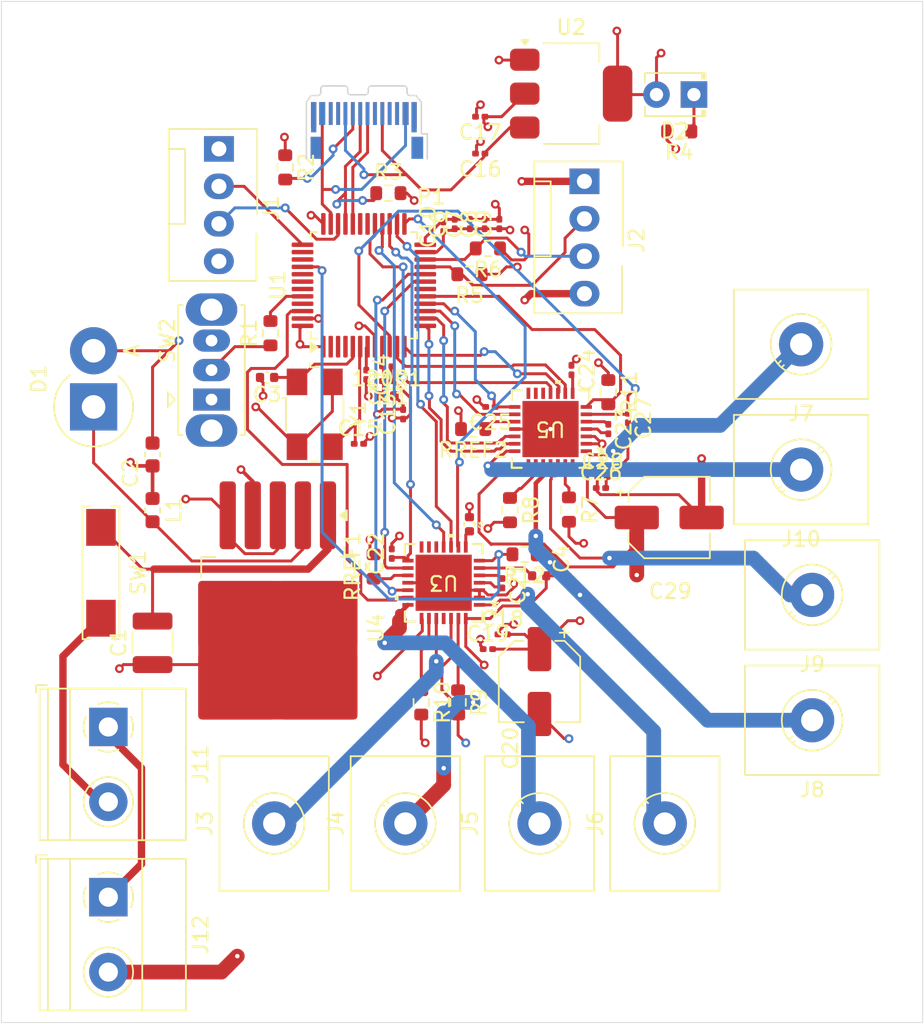
<source format=kicad_pcb>
(kicad_pcb (version 20240108) (generator "pcbnew") (generator_version "8.0")
  (layers (0 "F.Cu" signal) (1 "In1.Cu" signal) (2 "In2.Cu" signal) (31 "B.Cu" signal) (34 "B.Paste" user) (35 "F.Paste" user) (36 "B.SilkS" user "B.Silkscreen") (37 "F.SilkS" user "F.Silkscreen") (38 "B.Mask" user) (39 "F.Mask" user) (44 "Edge.Cuts" user))
  (net 0 "")
  (net 1 "+3.3V")
  (net 2 "+3.3VA")
  (net 3 "+24V")
  (net 4 "Net-(SW1A-B)")
  (net 5 "/HiSpdIN")
  (net 6 "Vcp")
  (net 7 "Net-(U3-5VOUT)")
  (net 8 "Net-(U1-NRST)")
  (net 9 "/HiSpdOUT")
  (net 10 "VBUS")
  (net 11 "Net-(U3-CPO)")
  (net 12 "Net-(U3-CPI)")
  (net 13 "VCC_IO")
  (net 14 "Net-(U5-CPI)")
  (net 15 "Net-(U5-CPO)")
  (net 16 "Net-(U5-5VOUT)")
  (net 17 "VCC_IO2")
  (net 18 "Vcp2")
  (net 19 "Net-(D1-K)")
  (net 20 "/pwr_led")
  (net 21 "/SW_CLK")
  (net 22 "/SW_DIO")
  (net 23 "/I2C_SCL")
  (net 24 "/I2C_SDA")
  (net 25 "Net-(J5-Pin_1)")
  (net 26 "Net-(J6-Pin_1)")
  (net 27 "Net-(J7-Pin_1)")
  (net 28 "Net-(J8-Pin_1)")
  (net 29 "Net-(J9-Pin_1)")
  (net 30 "Net-(J10-Pin_1)")
  (net 31 "Net-(SW2-B)")
  (net 32 "Net-(U1-BOOT0)")
  (net 33 "Net-(P1-CC)")
  (net 34 "/USB_D+")
  (net 35 "Net-(U5-BRB)")
  (net 36 "Net-(U5-BRA)")
  (net 37 "Net-(U3-BRB)")
  (net 38 "Net-(U3-BRA)")
  (net 39 "SPREAD2")
  (net 40 "SPREAD1")
  (net 41 "Net-(U3-VREF)")
  (net 42 "Net-(U5-VREF)")
  (net 43 "MS1A")
  (net 45 "ISR1")
  (net 46 "MS2A")
  (net 50 "MS1B")
  (net 52 "D2")
  (net 56 "DIR2")
  (net 57 "ISR2")
  (net 58 "STNDBY2")
  (net 59 "STEP")
  (net 60 "Vref")
  (net 62 "DIR")
  (net 63 "/USB_D-")
  (net 65 "MS2B")
  (net 79 "GND")
  (net 80 "Net-(J11-Pin_1)")
  (net 81 "Net-(J3-Pin_1)")
  (net 82 "Net-(J4-Pin_1)")
  (net 83 "STEP2")
  (net 84 "STNDBY")
  (footprint "Capacitor_SMD:C_0201_0603Metric" (layer "F.Cu") (at 196.25 90.75 -90)
    (property "Reference" "C27")
    (property "Value" "100nF")
  )
  (footprint "footprints:QFN28_5X5_TRI" (layer "F.Cu") (at 191 91.5 180)
    (property "Reference" "U5")
    (property "Value" "TMC2209-LA")
  )
  (footprint "Capacitor_SMD:C_0201_0603Metric" (layer "F.Cu") (at 181 90.5 90)
    (property "Reference" "C13")
    (property "Value" "1 uF")
  )
  (footprint "Capacitor_SMD:C_0402_1005Metric" (layer "F.Cu") (at 185.5 97.9557 -90)
    (property "Reference" "C5")
    (property "Value" "2.2u, 6.3v")
  )
  (footprint "TerminalBlock_Phoenix:TerminalBlock_Phoenix_MKDS-1,5-2-5.08_1x02_P5.08mm_Horizontal" (layer "F.Cu") (at 161 111.705 -90)
    (property "Reference" "J11")
    (property "Value" "Supply anode")
  )
  (footprint "TerminalBlock_MetzConnect:TerminalBlock_MetzConnect_360271_1x01_Horizontal_ScrewM3.0_Boxed" (layer "F.Cu") (at 208 85.75 180)
    (property "Reference" "J7")
    (property "Value" "Screw_Terminal_01x01")
  )
  (footprint "Button_Switch_SMD:SW_SPST_REED_CT05-XXXX-J1" (layer "F.Cu") (at 160.5 101.25 90)
    (property "Reference" "SW1")
    (property "Value" "SW_DPST_x2")
  )
  (footprint "Capacitor_SMD:C_0201_0603Metric" (layer "F.Cu") (at 194.42 95.5)
    (property "Reference" "C26")
    (property "Value" "100nF")
  )
  (footprint "Capacitor_SMD:C_0201_0603Metric" (layer "F.Cu") (at 187.75 105.4257)
    (property "Reference" "C18")
    (property "Value" "100nF")
  )
  (footprint "Capacitor_SMD:C_1210_3225Metric" (layer "F.Cu") (at 164 106 90)
    (property "Reference" "C1")
    (property "Value" "680 uF")
  )
  (footprint "Package_TO_SOT_SMD:SOT-223-3_TabPin2" (layer "F.Cu") (at 192.4 68.75)
    (property "Reference" "U2")
    (property "Value" "AMS1117-3.3")
  )
  (footprint "Capacitor_SMD:C_0201_0603Metric" (layer "F.Cu") (at 187.73 101.9557 -90)
    (property "Reference" "C21")
    (property "Value" "22nF")
  )
  (footprint "Capacitor_SMD:C_0201_0603Metric" (layer "F.Cu") (at 186.75 106.4257)
    (property "Reference" "C19")
    (property "Value" "100nF")
  )
  (footprint "footprints:QFN28_5X5_TRI" (layer "F.Cu") (at 183.75 101.9257 180)
    (property "Reference" "U3")
    (property "Value" "TMC2209-LA")
  )
  (footprint "Connector:FanPinHeader_1x04_P2.54mm_Vertical" (layer "F.Cu") (at 168.5 72.5 -90)
    (property "Reference" "J1")
    (property "Value" "Conn_01x04_Pin")
  )
  (footprint "Resistor_SMD:R_0603_1608Metric" (layer "F.Cu") (at 192.25 96.9625 -90)
    (property "Reference" "R7")
    (property "Value" "0.05 R")
  )
  (footprint "Resistor_SMD:R_0603_1608Metric" (layer "F.Cu") (at 182.23 110.0375 -90)
    (property "Reference" "R10")
    (property "Value" "0.05 R")
  )
  (footprint "Capacitor_SMD:CP_Elec_5x3.9" (layer "F.Cu") (at 190.25 108.6257 -90)
    (property "Reference" "C20")
    (property "Value" "100uF")
  )
  (footprint "Capacitor_SMD:C_0201_0603Metric" (layer "F.Cu") (at 184.5 77.595 90)
    (property "Reference" "C6")
    (property "Value" "100 nF")
  )
  (footprint "TerminalBlock_MetzConnect:TerminalBlock_MetzConnect_360271_1x01_Horizontal_ScrewM3.0_Boxed" (layer "F.Cu") (at 208 94.25 180)
    (property "Reference" "J10")
    (property "Value" "Screw_Terminal_01x01")
  )
  (footprint "Capacitor_SMD:C_0201_0603Metric" (layer "F.Cu") (at 192.42 87.5 -90)
    (property "Reference" "C24")
    (property "Value" "2.2u, 6.3v")
  )
  (footprint "TerminalBlock_MetzConnect:TerminalBlock_MetzConnect_360271_1x01_Horizontal_ScrewM3.0_Boxed" (layer "F.Cu") (at 172.25 118.25 90)
    (property "Reference" "J3")
    (property "Value" "Screw_Terminal_01x01")
  )
  (footprint "Capacitor_SMD:C_0201_0603Metric" (layer "F.Cu") (at 186.23 70.315 180)
    (property "Reference" "C17")
    (property "Value" "22 uF")
  )
  (footprint "Capacitor_SMD:C_0201_0603Metric" (layer "F.Cu") (at 179.9175 87.25 180)
    (property "Reference" "C12")
    (property "Value" "1 uF")
  )
  (footprint "Capacitor_SMD:C_0201_0603Metric" (layer "F.Cu") (at 186.23 72.815 180)
    (property "Reference" "C16")
    (property "Value" "22 uF")
  )
  (footprint "Resistor_SMD:R_0603_1608Metric" (layer "F.Cu") (at 179 100.825 90)
    (property "Reference" "RREF1")
    (property "Value" "0.05R")
  )
  (footprint "Capacitor_SMD:C_0201_0603Metric" (layer "F.Cu") (at 186.92 90 180)
    (property "Reference" "C25")
    (property "Value" "100nF")
  )
  (footprint "TerminalBlock_MetzConnect:TerminalBlock_MetzConnect_360271_1x01_Horizontal_ScrewM3.0_Boxed" (layer "F.Cu") (at 190.25 118.25 90)
    (property "Reference" "J5")
    (property "Value" "Screw_Terminal_01x01")
  )
  (footprint "Inductor_SMD:L_0603_1608Metric" (layer "F.Cu") (at 164 97 -90)
    (property "Reference" "L1")
    (property "Value" "33 uH")
  )
  (footprint "Package_TO_SOT_SMD:TO-263-5_TabPin3" (layer "F.Cu") (at 172.5 105 -90)
    (property "Reference" "U4")
    (property "Value" "LM2596S-3.3")
  )
  (footprint "Capacitor_SMD:C_0402_1005Metric" (layer "F.Cu") (at 171.77 88 180)
    (property "Reference" "C3")
    (property "Value" "10 pF")
  )
  (footprint "Resistor_SMD:R_0603_1608Metric" (layer "F.Cu") (at 188.25 97 -90)
    (property "Reference" "R8")
    (property "Value" "0.05 R")
  )
  (footprint "TerminalBlock_MetzConnect:TerminalBlock_MetzConnect_360271_1x01_Horizontal_ScrewM3.0_Boxed" (layer "F.Cu") (at 198.75 118.25 90)
    (property "Reference" "J6")
    (property "Value" "Screw_Terminal_01x01")
  )
  (footprint "TerminalBlock_MetzConnect:TerminalBlock_MetzConnect_360271_1x01_Horizontal_ScrewM3.0_Boxed" (layer "F.Cu") (at 208.75 111.25 180)
    (property "Reference" "J8")
    (property "Value" "Screw_Terminal_01x01" (hide yes))
  )
  (footprint "Capacitor_SMD:C_0603_1608Metric" (layer "F.Cu") (at 164 93.225 -90)
    (property "Reference" "C2")
    (property "Value" "220 uF")
  )
  (footprint "Resistor_SMD:R_0603_1608Metric" (layer "F.Cu") (at 185.5 81 180)
    (property "Reference" "R5")
    (property "Value" "1.5k")
  )
  (footprint "Resistor_SMD:R_0603_1608Metric" (layer "F.Cu") (at 194.92 89 -90)
    (property "Reference" "R11")
    (property "Value" "5.1kR")
  )
  (footprint "Capacitor_SMD:C_0201_0603Metric" (layer "F.Cu") (at 183.7275 77.775 90)
    (property "Reference" "C10")
    (property "Value" "10 uF")
  )
  (footprint "TerminalBlock_MetzConnect:TerminalBlock_MetzConnect_360271_1x01_Horizontal_ScrewM3.0_Boxed" (layer "F.Cu") (at 181.15 118.25 90)
    (property "Reference" "J4")
    (property "Value" "Screw_Terminal_01x01")
  )
  (footprint "LED_THT:LED_D2.0mm_W4.0mm_H2.8mm_FlatTop" (layer "F.Cu") (at 200.73 68.815 180)
    (property "Reference" "D2")
    (property "Value" "LED")
  )
  (footprint "Inductor_SMD:L_0402_1005Metric" (layer "F.Cu") (at 179.9175 89.25)
    (property "Reference" "120R1")
    (property "Value" "FerriteBead")
  )
  (footprint "Capacitor_SMD:C_0201_0603Metric" (layer "F.Cu") (at 186.5275 77.595 90)
    (property "Reference" "C8")
    (property "Value" "100 nF")
  )
  (footprint "Resistor_SMD:R_0603_1608Metric" (layer "F.Cu") (at 172 85 90)
    (property "Reference" "R1")
    (property "Value" "10k")
  )
  (footprint "Resistor_SMD:R_0603_1608Metric" (layer "F.Cu") (at 184.73 110.0375 -90)
    (property "Reference" "R9")
    (property "Value" "0.05 R")
  )
  (footprint "Connector:FanPinHeader_1x04_P2.54mm_Vertical" (layer "F.Cu") (at 193.3 74.7 -90)
    (property "Reference" "J2")
    (property "Value" "Conn_01x04_Pin")
  )
  (footprint "Package_QFP:LQFP-48_7x7mm_P0.5mm" (layer "F.Cu") (at 178.3375 81.75 90)
    (property "Reference" "U1")
    (property "Value" "STM32F103C8Tx")
  )
  (footprint "TerminalBlock_MetzConnect:TerminalBlock_MetzConnect_360271_1x01_Horizontal_ScrewM3.0_Boxed" (layer "F.Cu") (at 208.75 102.75 180)
    (property "Reference" "J9")
    (property "Value" "Screw_Terminal_01x01")
  )
  (footprint "Resistor_SMD:R_0603_1608Metric" (layer "F.Cu") (at 199.73 71.315 180)
    (property "Reference" "R4")
    (property "Value" "1.5k")
  )
  (footprint "Resistor_SMD:R_0603_1608Metric" (layer "F.Cu") (at 180 75.5)
    (property "Reference" "R3")
    (property "Value" "1.5k")
  )
  (footprint "TerminalBlock_Phoenix:TerminalBlock_Phoenix_MKDS-1,5-2-5.08_1x02_P5.08mm_Horizontal" (layer "F.Cu") (at 161 123.25 -90)
    (property "Reference" "J12")
    (property "Value" "Supply Cathode")
  )
  (footprint "Capacitor_SMD:CP_Elec_5x3.9" (layer "F.Cu") (at 199.05 97.5)
    (property "Reference" "C29")
    (property "Value" "100uF")
  )
  (footprint "Diode_THT:D_DO-201AD_P3.81mm_Vertical_AnodeUp" (layer "F.Cu") (at 160 90 90)
    (property "Reference" "D1")
    (property "Value" "1N5824")
  )
  (footprint "Capacitor_SMD:C_0402_1005Metric" (layer "F.Cu") (at 190.23 101.4557)
    (property "Reference" "C4")
    (property "Value" "100nF")
  )
  (footprint "Connector_USB:USB_C_Plug_JAE_DX07P024AJ1" (layer "F.Cu") (at 178.3375 71.25 180)
    (property "Reference" "P1")
    (property "Value" "USB_C_Plug_USB2.0")
    (fp_line (start 3.9 1.9225) (end 3.9 -1.9175) (stroke (width 0.1)) (layer "Edge.Cuts"))
    (fp_line (start 3.575 2.3725) (end 3.9 1.9225) (stroke (width 0.1)) (layer "Edge.Cuts"))
    (fp_line (start 3.125 2.3725) (end 3.575 2.3725) (stroke (width 0.1)) (layer "Edge.Cuts"))
    (fp_line (start 2.925 2.8225) (end 2.925 2.5725) (stroke (width 0.1)) (layer "Edge.Cuts"))
    (fp_line (start 1.3 3.0225) (end 2.725 3.0225) (stroke (width 0.1)) (layer "Edge.Cuts"))
    (fp_line (start 1.1 2.8225) (end 1.1 2.6225) (stroke (width 0.1)) (layer "Edge.Cuts"))
    (fp_line (start -0.1 2.4225) (end 0.9 2.4225) (stroke (width 0.1)) (layer "Edge.Cuts"))
    (fp_line (start -0.3 2.6225) (end -0.3 2.8225) (stroke (width 0.1)) (layer "Edge.Cuts"))
    (fp_line (start -0.5 3.0225) (end -2.725 3.0225) (stroke (width 0.1)) (layer "Edge.Cuts"))
    (fp_line (start -2.925 2.8225) (end -2.925 2.5725) (stroke (width 0.1)) (layer "Edge.Cuts"))
    (fp_line (start -3.125 2.3725) (end -3.53 2.3725) (stroke (width 0.1)) (layer "Edge.Cuts"))
    (fp_line (start -3.53 2.3725) (end -3.9 1.9225) (stroke (width 0.1)) (layer "Edge.Cuts"))
    (fp_line (start -3.9 1.9225) (end -3.9 -0.2275) (stroke (width 0.1)) (layer "Edge.Cuts"))
    (fp_line (start -4.3 -0.2275) (end -3.9 -0.2275) (stroke (width 0.1)) (layer "Edge.Cuts"))
    (fp_line (start -4.3 -1.93) (end -4.3 -0.2275) (stroke (width 0.1)) (layer "Edge.Cuts"))
    (fp_arc (start 2.925 2.8225) (mid 2.866421 2.963921) (end 2.725 3.0225) (stroke (width 0.1)) (layer "Edge.Cuts"))
    (fp_arc (start 2.925 2.5725) (mid 2.983579 2.431079) (end 3.125 2.3725) (stroke (width 0.1)) (layer "Edge.Cuts"))
    (fp_arc (start 1.3 3.0225) (mid 1.158579 2.963921) (end 1.1 2.8225) (stroke (width 0.1)) (layer "Edge.Cuts"))
    (fp_arc (start 0.9 2.4225) (mid 1.041421 2.481079) (end 1.1 2.6225) (stroke (width 0.1)) (layer "Edge.Cuts"))
    (fp_arc (start -0.3 2.8225) (mid -0.358579 2.963921) (end -0.5 3.0225) (stroke (width 0.1)) (layer "Edge.Cuts"))
    (fp_arc (start -0.3 2.6225) (mid -0.241421 2.481079) (end -0.1 2.4225) (stroke (width 0.1)) (layer "Edge.Cuts"))
    (fp_arc (start -2.725 3.0225) (mid -2.866421 2.963921) (end -2.925 2.8225) (stroke (width 0.1)) (layer "Edge.Cuts"))
    (fp_arc (start -3.125 2.3725) (mid -2.983579 2.431079) (end -2.925 2.5725) (stroke (width 0.1)) (layer "Edge.Cuts"))
  )
  (footprint "Button_Switch_THT:SW_Slide_SPDT_Straight_CK_OS102011MS2Q" (layer "F.Cu") (at 168 89.5 90)
    (property "Reference" "SW2")
    (property "Value" "SW_SPDT")
  )
  (footprint "Crystal:Crystal_SMD_0603-4Pin_6.0x3.5mm" (layer "F.Cu") (at 175 90.5 -90)
    (property "Reference" "Y1")
    (property "Value" "16 MHz")
  )
  (footprint "Capacitor_SMD:C_0201_0603Metric" (layer "F.Cu") (at 187.5275 77.595 90)
    (property "Reference" "C9")
    (property "Value" "100 nF")
  )
  (footprint "Capacitor_SMD:C_0201_0603Metric" (layer "F.Cu") (at 185.5275 77.595 90)
    (property "Reference" "C7")
    (property "Value" "100 nF")
  )
  (footprint "Capacitor_SMD:C_0201_0603Metric" (layer "F.Cu") (at 179.9175 88.25 180)
    (property "Reference" "C11")
    (property "Value" "10 nF")
  )
  (footprint "Capacitor_SMD:C_0201_0603Metric" (layer "F.Cu") (at 178 92.5)
    (property "Reference" "C15")
    (property "Value" "10 pF")
  )
  (footprint "Resistor_SMD:R_0603_1608Metric" (layer "F.Cu") (at 173 73.75 -90)
    (property "Reference" "R2")
    (property "Value" "5.1kR")
  )
  (footprint "Capacitor_SMD:C_0201_0603Metric" (layer "F.Cu") (at 194.92 91.5 -90)
    (property "Reference" "C23")
    (property "Value" "22nF")
  )
  (footprint "Capacitor_SMD:C_0201_0603Metric" (layer "F.Cu") (at 194.525 94.75)
    (property "Reference" "C28")
    (property "Value" "100nF")
  )
  (footprint "Resistor_SMD:R_0603_1608Metric" (layer "F.Cu") (at 189.24 100 180)
    (property "Reference" "R12")
    (property "Value" "5.1kR")
  )
  (footprint "Resistor_SMD:R_0603_1608Metric" (layer "F.Cu") (at 185.75 91.5 180)
    (property "Reference" "RREF2")
    (property "Value" "0.05R")
  )
  (footprint "Resistor_SMD:R_0603_1608Metric" (layer "F.Cu") (at 186.75 79.25 180)
    (property "Reference" "R6")
    (property "Value" "1.5k")
  )
  (footprint "Capacitor_SMD:C_0201_0603Metric" (layer "F.Cu") (at 180.23 99.9557 90)
    (property "Reference" "C22")
    (property "Value" "100nF")
  )
  (footprint "Capacitor_SMD:C_0201_0603Metric" (layer "F.Cu") (at 178.5 87.82 -90)
    (property "Reference" "C14")
    (property "Value" "100 nF")
  )
  (gr_rect (start 153.75 62.5) (end 216.25 131.75) (stroke (width 0.05)) (fill none) (layer "Edge.Cuts"))
  (segment (start 189.218291 80.027) (end 188.352 80.027) (width 0.2) (layer "F.Cu") (net 1))
  (segment (start 189.527 78.277) (end 189.527 79.718291) (width 0.2) (layer "F.Cu") (net 1))
  (segment (start 181.75 76) (end 181.25 75.5) (width 0.2) (layer "F.Cu") (net 1))
  (segment (start 198.19 68.815) (end 198.19 66.31) (width 0.2) (layer "F.Cu") (net 1))
  (segment (start 182.5 78.52009) (end 183.49509 77.525) (width 0.2) (layer "F.Cu") (net 1))
  (segment (start 188.01 80.5) (end 188.75 80.5) (width 0.2) (layer "F.Cu") (net 1))
  (segment (start 179.6 90.15) (end 179.25 90.5) (width 0.2) (layer "F.Cu") (net 1))
  (segment (start 195.55 68.75) (end 195.55 64.55) (width 0.2) (layer "F.Cu") (net 1))
  (segment (start 180.9 90.15) (end 179.6 90.15) (width 0.2) (layer "F.Cu") (net 1))
  (segment (start 164 94) (end 162.75 94) (width 0.25) (layer "F.Cu") (net 1))
  (segment (start 170.8 95.05) (end 170 94.25) (width 0.25) (layer "F.Cu") (net 1))
  (segment (start 178.75 99.75) (end 179 100) (width 0.2) (layer "F.Cu") (net 1))
  (segment (start 186.325 81) (end 187.51 81) (width 0.2) (layer "F.Cu") (net 1))
  (segment (start 181.25 75.5) (end 180.51 75.5) (width 0.2) (layer "F.Cu") (net 1))
  (segment (start 175.5875 85.9125) (end 174.1625 85.9125) (width 0.2) (layer "F.Cu") (net 1))
  (segment (start 186.48 70.73) (end 186.75 71) (width 0.2) (layer "F.Cu") (net 1))
  (segment (start 181 90.25) (end 181 89.8475) (width 0.2) (layer "F.Cu") (net 1))
  (segment (start 187.575 79.25) (end 187.575 79.325) (width 0.2) (layer "F.Cu") (net 1))
  (segment (start 164 94) (end 164 96.2125) (width 0.25) (layer "F.Cu") (net 1))
  (segment (start 186.01 81) (end 186.13 81.12) (width 0.2) (layer "F.Cu") (net 1))
  (segment (start 174.175 84.5) (end 174 84.675) (width 0.2) (layer "F.Cu") (net 1))
  (segment (start 186.5275 77.275) (end 187.5275 77.275) (width 0.2) (layer "F.Cu") (net 1))
  (segment (start 195.615 68.815) (end 195.55 68.75) (width 0.2) (layer "F.Cu") (net 1))
  (segment (start 189.527 79.718291) (end 189.218291 80.027) (width 0.2) (layer "F.Cu") (net 1))
  (segment (start 187.88 80.63) (end 188.01 80.5) (width 0.2) (layer "F.Cu") (net 1))
  (segment (start 174.1625 85.9125) (end 174 85.75) (width 0.2) (layer "F.Cu") (net 1))
  (segment (start 184.925 90.425) (end 184.75 90.25) (width 0.2) (layer "F.Cu") (net 1))
  (segment (start 175.5875 77.5875) (end 175 77) (width 0.2) (layer "F.Cu") (net 1))
  (segment (start 186.48 70.315) (end 187.685 70.315) (width 0.2) (layer "F.Cu") (net 1))
  (segment (start 182.5 79) (end 182.5 78.52009) (width 0.2) (layer "F.Cu") (net 1))
  (segment (start 183.7275 77.525) (end 183.9775 77.275) (width 0.2) (layer "F.Cu") (net 1))
  (segment (start 175 77) (end 174.75 77) (width 0.2) (layer "F.Cu") (net 1))
  (segment (start 162.75 94) (end 162.5 93.75) (width 0.2) (layer "F.Cu") (net 1))
  (segment (start 178.75 99) (end 178.75 99.75) (width 0.2) (layer "F.Cu") (net 1))
  (segment (start 186.48 70.315) (end 186.48 70.73) (width 0.2) (layer "F.Cu") (net 1))
  (segment (start 187.685 70.315) (end 189.25 68.75) (width 0.2) (layer "F.Cu") (net 1))
  (segment (start 195.55 64.55) (end 195.5 64.5) (width 0.2) (layer "F.Cu") (net 1))
  (segment (start 174 84.675) (end 174 85.75) (width 0.2) (layer "F.Cu") (net 1))
  (segment (start 188.352 80.027) (end 187.575 79.25) (width 0.2) (layer "F.Cu") (net 1))
  (segment (start 185.5275 77.275) (end 186.5275 77.275) (width 0.2) (layer "F.Cu") (net 1))
  (segment (start 181 89.8475) (end 180.4025 89.25) (width 0.2) (layer "F.Cu") (net 1))
  (segment (start 198.19 66.31) (end 198.5 66) (width 0.2) (layer "F.Cu") (net 1))
  (segment (start 193.3 74.7) (end 189.05 74.7) (width 0.5) (layer "F.Cu") (net 1))
  (segment (start 187.5275 76.5275) (end 187.25 76.25) (width 0.2) (layer "F.Cu") (net 1))
  (segment (start 187.51 81) (end 187.88 80.63) (width 0.2) (layer "F.Cu") (net 1))
  (segment (start 187.5275 77.275) (end 187.5275 76.5275) (width 0.2) (layer "F.Cu") (net 1))
  (segment (start 184.4175 77.275) (end 185.5275 77.275) (width 0.2) (layer "F.Cu") (net 1))
  (segment (start 170.8 97.35) (end 170.8 95.05) (width 0.25) (layer "F.Cu") (net 1))
  (segment (start 198.19 68.815) (end 195.615 68.815) (width 0.2) (layer "F.Cu") (net 1))
  (segment (start 183.49509 77.525) (end 183.7275 77.525) (width 0.2) (layer "F.Cu") (net 1))
  (segment (start 189.25 78) (end 189.527 78.277) (width 0.2) (layer "F.Cu") (net 1))
  (segment (start 183.9775 77.275) (end 184.4175 77.275) (width 0.2) (layer "F.Cu") (net 1))
  (segment (start 184.925 91.5) (end 184.925 90.425) (width 0.2) (layer "F.Cu") (net 1))
  (segment (start 181 90.25) (end 180.9 90.15) (width 0.2) (layer "F.Cu") (net 1))
  (via blind (at 186.75 71) (size 0.6) (drill 0.3) (layers "F.Cu" "In2.Cu") (net 1))
  (via blind (at 189.05 74.7) (size 0.6) (drill 0.3) (layers "F.Cu" "In2.Cu") (net 1))
  (via blind (at 187.25 76.25) (size 0.6) (drill 0.3) (layers "F.Cu" "In2.Cu") (net 1))
  (via blind (at 179.25 90.5) (size 0.6) (drill 0.3) (layers "F.Cu" "In2.Cu") (net 1))
  (via blind (at 188.75 80.5) (size 0.6) (drill 0.3) (layers "F.Cu" "In2.Cu") (net 1))
  (via blind (at 181.75 76) (size 0.6) (drill 0.3) (layers "F.Cu" "In2.Cu") (net 1))
  (via blind (at 174.75 77) (size 0.6) (drill 0.3) (layers "F.Cu" "In2.Cu") (net 1))
  (via blind (at 162.5 93.75) (size 0.6) (drill 0.3) (layers "F.Cu" "In2.Cu") (net 1))
  (via blind (at 198.5 66) (size 0.6) (drill 0.3) (layers "F.Cu" "In2.Cu") (net 1))
  (via blind (at 189.25 78) (size 0.6) (drill 0.3) (layers "F.Cu" "In2.Cu") (net 1))
  (via blind (at 184.75 90.25) (size 0.6) (drill 0.3) (layers "F.Cu" "In2.Cu") (net 1))
  (via blind (at 178.75 99) (size 0.6) (drill 0.3) (layers "F.Cu" "In2.Cu") (net 1))
  (via blind (at 170 94.25) (size 0.6) (drill 0.3) (layers "F.Cu" "In2.Cu") (net 1))
  (via blind (at 174 85.75) (size 0.6) (drill 0.3) (layers "F.Cu" "In2.Cu") (net 1))
  (via blind (at 195.5 64.5) (size 0.6) (drill 0.3) (layers "F.Cu" "In2.Cu") (net 1))
  (segment (start 179.5875 85.9125) (end 179.5875 87.17) (width 0.2) (layer "F.Cu") (net 2))
  (segment (start 179.6675 87.25) (end 179.6675 88.25) (width 0.2) (layer "F.Cu") (net 2))
  (segment (start 179.6675 88.25) (end 179.6675 89.015) (width 0.2) (layer "F.Cu") (net 2))
  (segment (start 179.6675 89.015) (end 179.4325 89.25) (width 0.2) (layer "F.Cu") (net 2))
  (segment (start 179.5875 87.17) (end 179.6675 87.25) (width 0.2) (layer "F.Cu") (net 2))
  (segment (start 194.775 94.75) (end 194.775 95.395) (width 0.2) (layer "F.Cu") (net 3))
  (segment (start 185.25 104.3514) (end 186.8986 104.3514) (width 0.2) (layer "F.Cu") (net 3))
  (segment (start 189.25 105.4257) (end 190.25 106.4257) (width 0.2) (layer "F.Cu") (net 3))
  (segment (start 157.92 114.25) (end 160.455 116.785) (width 0.5) (layer "F.Cu") (net 3))
  (segment (start 194.10811 93.9257) (end 193.47671 93.9257) (width 0.2) (layer "F.Cu") (net 3))
  (segment (start 160.455 116.785) (end 161 116.785) (width 0.5) (layer "F.Cu") (net 3))
  (segment (start 194.525 94.26759) (end 194.775 94.51759) (width 0.2) (layer "F.Cu") (net 3))
  (segment (start 157.92 106.91) (end 157.92 114.25) (width 0.5) (layer "F.Cu") (net 3))
  (segment (start 188.139556 93.9257) (end 186.15 95.915256) (width 0.2) (layer "F.Cu") (net 3))
  (segment (start 191.7057 101.4557) (end 193 102.75) (width 0.2) (layer "F.Cu") (net 3))
  (segment (start 185.25 106.25) (end 186.5 107.5) (width 0.2) (layer "F.Cu") (net 3))
  (segment (start 186.15 95.915256) (end 186.15 98.498529) (width 0.2) (layer "F.Cu") (net 3))
  (segment (start 190.71 101.4557) (end 191.7057 101.4557) (width 0.2) (layer "F.Cu") (net 3))
  (segment (start 185.25 104.3514) (end 185.25 106.25) (width 0.2) (layer "F.Cu") (net 3))
  (segment (start 187.003471 99.298) (end 190.548 99.298) (width 0.2) (layer "F.Cu") (net 3))
  (segment (start 194.67 95.5) (end 194.75 95.5) (width 0.2) (layer "F.Cu") (net 3))
  (segment (start 196.25 91.07) (end 196.25 93.5) (width 0.2) (layer "F.Cu") (net 3))
  (segment (start 194.75 97.5) (end 196.22 97.5) (width 0.2) (layer "F.Cu") (net 3))
  (segment (start 186.976471 99.325) (end 187.003471 99.298) (width 0.2) (layer "F.Cu") (net 3))
  (segment (start 193.47671 93.9257) (end 192.5 93.9257) (width 0.2) (layer "F.Cu") (net 3))
  (segment (start 182.3 105.2) (end 182.3 104.4014) (width 0.2) (layer "F.Cu") (net 3))
  (segment (start 196.85 99.25) (end 196.85 97.5) (width 0.2) (layer "F.Cu") (net 3))
  (segment (start 195.8243 93.9257) (end 193.47671 93.9257) (width 0.2) (layer "F.Cu") (net 3))
  (segment (start 193.5 94.5) (end 193.5 96.25) (width 0.2) (layer "F.Cu") (net 3))
  (segment (start 194.775 94.51759) (end 194.775 94.75) (width 0.2) (layer "F.Cu") (net 3))
  (segment (start 190.71 101.4557) (end 190.71 102.29) (width 0.2) (layer "F.Cu") (net 3))
  (segment (start 194.45 94.26759) (end 194.525 94.26759) (width 0.2) (layer "F.Cu") (net 3))
  (segment (start 190.548 99.298) (end 192.1 100.85) (width 0.2) (layer "F.Cu") (net 3))
  (segment (start 187 106.4257) (end 190.25 106.4257) (width 0.2) (layer "F.Cu") (net 3))
  (segment (start 192.5 93.9257) (end 193.0743 94.5) (width 0.2) (layer "F.Cu") (net 3))
  (segment (start 179.25 108.25) (end 182.3 105.2) (width 0.2) (layer "F.Cu") (net 3))
  (segment (start 195.25 100.85) (end 196.85 99.25) (width 0.2) (layer "F.Cu") (net 3))
  (segment (start 192.1 100.85) (end 195.25 100.85) (width 0.2) (layer "F.Cu") (net 3))
  (segment (start 190.25 106.4257) (end 192.1757 104.5) (width 0.2) (layer "F.Cu") (net 3))
  (segment (start 194.775 95.395) (end 194.67 95.5) (width 0.2) (layer "F.Cu") (net 3))
  (segment (start 190.71 102.29) (end 189.5 103.5) (width 0.2) (layer "F.Cu") (net 3))
  (segment (start 189.5 93.9257) (end 188.139556 93.9257) (width 0.2) (layer "F.Cu") (net 3))
  (segment (start 189.5 103.5) (end 187.75 103.5) (width 0.2) (layer "F.Cu") (net 3))
  (segment (start 188 105.4257) (end 189.25 105.4257) (width 0.2) (layer "F.Cu") (net 3))
  (segment (start 160.5 104.33) (end 157.92 106.91) (width 0.5) (layer "F.Cu") (net 3))
  (segment (start 192.1757 104.5) (end 193 104.5) (width 0.2) (layer "F.Cu") (net 3))
  (segment (start 187.75 103.5) (end 186.8986 104.3514) (width 0.2) (layer "F.Cu") (net 3))
  (segment (start 194.45 94.26759) (end 194.10811 93.9257) (width 0.2) (layer "F.Cu") (net 3))
  (segment (start 193.0743 94.5) (end 193.5 94.5) (width 0.2) (layer "F.Cu") (net 3))
  (segment (start 196.85 97.5) (end 196.85 101.4) (width 1) (layer "F.Cu") (net 3))
  (segment (start 182.3 104.4014) (end 182.25 104.3514) (width 0.2) (layer "F.Cu") (net 3))
  (segment (start 186.15 98.498529) (end 186.976471 99.325) (width 0.2) (layer "F.Cu") (net 3))
  (segment (start 196.25 93.5) (end 195.8243 93.9257) (width 0.2) (layer "F.Cu") (net 3))
  (segment (start 193.5 96.25) (end 194.75 97.5) (width 0.2) (layer "F.Cu") (net 3))
  (via blind (at 193 102.75) (size 0.6) (drill 0.3) (layers "F.Cu" "In2.Cu") (net 3))
  (via blind (at 193 104.5) (size 0.6) (drill 0.3) (layers "F.Cu" "In2.Cu") (net 3))
  (via blind (at 196.85 101.4) (size 0.6) (drill 0.3) (layers "F.Cu" "In2.Cu") (net 3))
  (via blind (at 186.5 107.5) (size 0.6) (drill 0.3) (layers "F.Cu" "In2.Cu") (net 3))
  (via blind (at 179.25 108.25) (size 0.6) (drill 0.3) (layers "F.Cu" "In2.Cu") (net 3))
  (segment (start 174.55 101) (end 175.9 99.65) (width 0.5) (layer "F.Cu") (net 4))
  (segment (start 164.5 101) (end 174.55 101) (width 0.5) (layer "F.Cu") (net 4))
  (segment (start 163.33 101) (end 164.5 101) (width 0.2) (layer "F.Cu") (net 4))
  (segment (start 160.5 98.17) (end 163.33 101) (width 0.2) (layer "F.Cu") (net 4))
  (segment (start 175.9 99.65) (end 175.9 97.35) (width 0.2) (layer "F.Cu") (net 4))
  (segment (start 164 104.525) (end 164 101.08) (width 0.2) (layer "F.Cu") (net 4))
  (segment (start 164.08 101) (end 164.5 101) (width 0.5) (layer "F.Cu") (net 4))
  (segment (start 164 101.08) (end 164.08 101) (width 0.2) (layer "F.Cu") (net 4))
  (segment (start 177.5875 85.9125) (end 177.5875 86.68241) (width 0.2) (layer "F.Cu") (net 5))
  (segment (start 177.16991 87.1) (end 175 87.1) (width 0.2) (layer "F.Cu") (net 5))
  (segment (start 177.5875 86.68241) (end 177.16991 87.1) (width 0.2) (layer "F.Cu") (net 5))
  (segment (start 175 87.1) (end 173.8 88.3) (width 0.2) (layer "F.Cu") (net 5))
  (segment (start 172.25 88) (end 173.5 88) (width 0.2) (layer "F.Cu") (net 5))
  (segment (start 173.5 88) (end 173.8 88.3) (width 0.2) (layer "F.Cu") (net 5))
  (segment (start 189.75 101.4557) (end 189.219999 100.925699) (width 0.2) (layer "F.Cu") (net 6))
  (segment (start 189.219999 100.925699) (end 186.1757 100.925699) (width 0.2) (layer "F.Cu") (net 6))
  (segment (start 185.25 98.6857) (end 185.25 99.5) (width 0.2) (layer "F.Cu") (net 7))
  (segment (start 185.5 98.4357) (end 185.25 98.6857) (width 0.2) (layer "F.Cu") (net 7))
  (segment (start 178.5 86) (end 178.5875 85.9125) (width 0.2) (layer "F.Cu") (net 8))
  (segment (start 178.5 87.5) (end 178.5 86) (width 0.2) (layer "F.Cu") (net 8))
  (segment (start 178.0875 85.9125) (end 178.05 85.95) (width 0.2) (layer "F.Cu") (net 9))
  (segment (start 178.05 85.95) (end 178.05 90.85) (width 0.2) (layer "F.Cu") (net 9))
  (segment (start 177.75 91.15) (end 178.05 90.85) (width 0.2) (layer "F.Cu") (net 9))
  (segment (start 178.05 90.85) (end 176.2 92.7) (width 0.2) (layer "F.Cu") (net 9))
  (segment (start 177.75 92.5) (end 177.75 91.15) (width 0.2) (layer "F.Cu") (net 9))
  (segment (start 178.3375 74.25) (end 181.23 74.25) (width 0.2) (layer "F.Cu") (net 10))
  (segment (start 188.245 71.05) (end 186.48 72.815) (width 0.2) (layer "F.Cu") (net 10))
  (segment (start 189.25 71.05) (end 188.245 71.05) (width 0.2) (layer "F.Cu") (net 10))
  (segment (start 182.26 75.28) (end 184.24741 75.28) (width 0.2) (layer "F.Cu") (net 10))
  (segment (start 182.26 75.28) (end 179.5875 72.6075) (width 0.2) (layer "F.Cu") (net 10))
  (segment (start 179.5875 72.6075) (end 179.5875 70.1025) (width 0.2) (layer "F.Cu") (net 10))
  (segment (start 186.48 73.04741) (end 186.48 72.815) (width 0.2) (layer "F.Cu") (net 10))
  (segment (start 184.24741 75.28) (end 186.48 73.04741) (width 0.2) (layer "F.Cu") (net 10))
  (segment (start 181.23 74.25) (end 182.26 75.28) (width 0.2) (layer "F.Cu") (net 10))
  (via (at 178.3375 74.25) (size 0.6) (drill 0.3) (layers "F.Cu" "B.Cu") (net 10))
  (segment (start 178.3375 74.25) (end 178.3375 73.8575) (width 0.2) (layer "B.Cu") (net 10))
  (segment (start 177.0875 72.6075) (end 177.0875 70.1025) (width 0.2) (layer "B.Cu") (net 10))
  (segment (start 178.3375 73.8575) (end 177.0875 72.6075) (width 0.2) (layer "B.Cu") (net 10))
  (segment (start 187.209699 102.2057) (end 186.929699 101.9257) (width 0.2) (layer "F.Cu") (net 11))
  (segment (start 186.929699 101.9257) (end 186.1757 101.9257) (width 0.2) (layer "F.Cu") (net 11))
  (segment (start 187.73 102.2057) (end 187.209699 102.2057) (width 0.2) (layer "F.Cu") (net 11))
  (segment (start 187.73 101.7057) (end 187.450001 101.425701) (width 0.2) (layer "F.Cu") (net 12))
  (segment (start 187.450001 101.425701) (end 186.1757 101.425701) (width 0.2) (layer "F.Cu") (net 12))
  (segment (start 181.5 99.923) (end 181.5 95.25) (width 0.2) (layer "F.Cu") (net 13))
  (segment (start 180.23 100.2057) (end 181.1043 100.2057) (width 0.2) (layer "F.Cu") (net 13))
  (segment (start 181.3243 100.0987) (end 181.5 99.923) (width 0.2) (layer "F.Cu") (net 13))
  (segment (start 180.5 79.5) (end 180.0875 79.0875) (width 0.2) (layer "F.Cu") (net 13))
  (segment (start 181.3243 100.4257) (end 181.3243 100.0987) (width 0.2) (layer "F.Cu") (net 13))
  (segment (start 181.1043 100.2057) (end 181.3243 100.4257) (width 0.2) (layer "F.Cu") (net 13))
  (segment (start 180.0875 79.0875) (end 180.0875 77.5875) (width 0.2) (layer "F.Cu") (net 13))
  (via (at 180.5 79.5) (size 0.6) (drill 0.3) (layers "F.Cu" "B.Cu") (net 13))
  (via (at 181.5 95.25) (size 0.6) (drill 0.3) (layers "F.Cu" "B.Cu") (net 13))
  (segment (start 180.9 79.9) (end 180.5 79.5) (width 0.2) (layer "B.Cu") (net 13))
  (segment (start 181.5 95.25) (end 181.5 88.348529) (width 0.2) (layer "B.Cu") (net 13))
  (segment (start 181.6 80.251471) (end 181.248529 79.9) (width 0.2) (layer "B.Cu") (net 13))
  (segment (start 181.248529 79.9) (end 180.9 79.9) (width 0.2) (layer "B.Cu") (net 13))
  (segment (start 181.5 88.348529) (end 181.6 88.248529) (width 0.2) (layer "B.Cu") (net 13))
  (segment (start 181.6 88.248529) (end 181.6 80.251471) (width 0.2) (layer "B.Cu") (net 13))
  (segment (start 194.92 91.25) (end 194.670001 91.000001) (width 0.2) (layer "F.Cu") (net 14))
  (segment (start 194.670001 91.000001) (end 193.4257 91.000001) (width 0.2) (layer "F.Cu") (net 14))
  (segment (start 194.179699 91.5) (end 193.4257 91.5) (width 0.2) (layer "F.Cu") (net 15))
  (segment (start 194.92 91.75) (end 194.429699 91.75) (width 0.2) (layer "F.Cu") (net 15))
  (segment (start 194.429699 91.75) (end 194.179699 91.5) (width 0.2) (layer "F.Cu") (net 15))
  (segment (start 192.42 87.75) (end 192.5 87.83) (width 0.2) (layer "F.Cu") (net 16))
  (segment (start 192.5 87.83) (end 192.5 89.0743) (width 0.2) (layer "F.Cu") (net 16))
  (segment (start 187.17 90) (end 187.17 89.42) (width 0.2) (layer "F.Cu") (net 17))
  (segment (start 183.75 83) (end 182.5 83) (width 0.2) (layer "F.Cu") (net 17))
  (segment (start 188.5743 90) (end 187.17 90) (width 0.2) (layer "F.Cu") (net 17))
  (segment (start 187.17 89.42) (end 187 89.25) (width 0.2) (layer "F.Cu") (net 17))
  (segment (start 184.25 83.5) (end 183.75 83) (width 0.2) (layer "F.Cu") (net 17))
  (segment (start 184.5 83.5) (end 184.25 83.5) (width 0.2) (layer "F.Cu") (net 17))
  (via (at 187 89.25) (size 0.6) (drill 0.3) (layers "F.Cu" "B.Cu") (net 17))
  (via (at 184.5 83.5) (size 0.6) (drill 0.3) (layers "F.Cu" "B.Cu") (net 17))
  (segment (start 185.9 88.15) (end 185.9 84.9) (width 0.2) (layer "B.Cu") (net 17))
  (segment (start 185.9 84.9) (end 184.5 83.5) (width 0.2) (layer "B.Cu") (net 17))
  (segment (start 187 89.25) (end 185.9 88.15) (width 0.2) (layer "B.Cu") (net 17))
  (segment (start 196.25 89.25) (end 196.75 88.75) (width 0.2) (layer "F.Cu") (net 18))
  (segment (start 196.25 90.43) (end 196.25 89.25) (width 0.2) (layer "F.Cu") (net 18))
  (segment (start 180.0875 85.175001) (end 178 83.087501) (width 0.2) (layer "F.Cu") (net 18))
  (segment (start 193.4257 90.499999) (end 196.180001 90.499999) (width 0.2) (layer "F.Cu") (net 18))
  (segment (start 180.0875 85.9125) (end 180.0875 85.175001) (width 0.2) (layer "F.Cu") (net 18))
  (segment (start 193.4257 90.499999) (end 193.425701 90.5) (width 0.2) (layer "F.Cu") (net 18))
  (segment (start 196.180001 90.499999) (end 196.25 90.43) (width 0.2) (layer "F.Cu") (net 18))
  (segment (start 178 83.087501) (end 178 79.5) (width 0.2) (layer "F.Cu") (net 18))
  (via (at 177.98817 79.416483) (size 0.6) (drill 0.3) (layers "F.Cu" "B.Cu") (net 18))
  (via (at 196.75 88.75) (size 0.6) (drill 0.3) (layers "F.Cu" "B.Cu") (net 18))
  (segment (start 184.723 76.723) (end 196.75 88.75) (width 0.2) (layer "B.Cu") (net 18))
  (segment (start 177.98817 79.416483) (end 180.681653 76.723) (width 0.2) (layer "B.Cu") (net 18))
  (segment (start 180.681653 76.723) (end 184.723 76.723) (width 0.2) (layer "B.Cu") (net 18))
  (segment (start 174.2 99.65) (end 174.2 97.35) (width 0.2) (layer "F.Cu") (net 19))
  (segment (start 166.6625 100.45) (end 173.4 100.45) (width 0.2) (layer "F.Cu") (net 19))
  (segment (start 164 97.7875) (end 166.6625 100.45) (width 0.2) (layer "F.Cu") (net 19))
  (segment (start 160 90) (end 160 93.7875) (width 0.2) (layer "F.Cu") (net 19))
  (segment (start 160 93.7875) (end 164 97.7875) (width 0.2) (layer "F.Cu") (net 19))
  (segment (start 173.4 100.45) (end 174.2 99.65) (width 0.2) (layer "F.Cu") (net 19))
  (segment (start 200.73 68.815) (end 200.73 70.75) (width 0.2) (layer "F.Cu") (net 20))
  (segment (start 200.73 70.75) (end 200.73 70.825) (width 0.2) (layer "F.Cu") (net 20))
  (segment (start 200.73 71.14) (end 200.555 71.315) (width 0.2) (layer "F.Cu") (net 20))
  (segment (start 200.73 70.825) (end 200.24 71.315) (width 0.2) (layer "F.Cu") (net 20))
  (segment (start 200.73 70.75) (end 200.73 71.14) (width 0.2) (layer "F.Cu") (net 20))
  (segment (start 170.215 75.04) (end 174.175 79) (width 0.2) (layer "F.Cu") (net 21))
  (segment (start 168.5 75.04) (end 170.215 75.04) (width 0.2) (layer "F.Cu") (net 21))
  (segment (start 173 76.5) (end 175.125 78.625) (width 0.2) (layer "F.Cu") (net 22))
  (segment (start 175.125 78.625) (end 176.31991 78.625) (width 0.2) (layer "F.Cu") (net 22))
  (segment (start 176.31991 78.625) (end 176.5875 78.35741) (width 0.2) (layer "F.Cu") (net 22))
  (segment (start 176.5875 78.35741) (end 176.5875 77.5875) (width 0.2) (layer "F.Cu") (net 22))
  (via (at 173 76.5) (size 0.6) (drill 0.3) (layers "F.Cu" "B.Cu") (net 22))
  (segment (start 168.5 77.58) (end 169.58 76.5) (width 0.2) (layer "B.Cu") (net 22))
  (segment (start 169.58 76.5) (end 173 76.5) (width 0.2) (layer "B.Cu") (net 22))
  (segment (start 191.985 78.555) (end 193.3 77.24) (width 0.2) (layer "F.Cu") (net 23))
  (segment (start 185.74 81.75) (end 189.75 81.75) (width 0.2) (layer "F.Cu") (net 23))
  (segment (start 189.75 81.75) (end 191.985 79.515) (width 0.2) (layer "F.Cu") (net 23))
  (segment (start 184.99 81) (end 185.74 81.75) (width 0.2) (layer "F.Cu") (net 23))
  (segment (start 182.5 80.5) (end 184.175 80.5) (width 0.2) (layer "F.Cu") (net 23))
  (segment (start 184.675 81) (end 184.99 81) (width 0.2) (layer "F.Cu") (net 23))
  (segment (start 184.175 80.5) (end 184.675 81) (width 0.2) (layer "F.Cu") (net 23))
  (segment (start 191.985 79.515) (end 191.985 78.555) (width 0.2) (layer "F.Cu") (net 23))
  (segment (start 185.925 79.25) (end 186.627 78.548) (width 0.2) (layer "F.Cu") (net 24))
  (segment (start 185.175 80) (end 185.925 79.25) (width 0.2) (layer "F.Cu") (net 24))
  (segment (start 182.5 80) (end 185.175 80) (width 0.2) (layer "F.Cu") (net 24))
  (segment (start 186.627 78.548) (end 188.048 78.548) (width 0.2) (layer "F.Cu") (net 24))
  (segment (start 188.048 78.548) (end 189 79.5) (width 0.2) (layer "F.Cu") (net 24))
  (via (at 189 79.5) (size 0.6) (drill 0.3) (layers "F.Cu" "B.Cu") (net 24))
  (segment (start 193.3 79.78) (end 189.28 79.78) (width 0.2) (layer "B.Cu") (net 24))
  (segment (start 189.28 79.78) (end 189 79.5) (width 0.2) (layer "B.Cu") (net 24))
  (segment (start 179.75 106) (end 180.75 105) (width 1) (layer "F.Cu") (net 25))
  (segment (start 180.75 105) (end 180.75 104.5) (width 1) (layer "F.Cu") (net 25))
  (segment (start 180.75 104) (end 180.75 104.5) (width 0.6) (layer "F.Cu") (net 25))
  (segment (start 181.3243 103.4257) (end 180.75 104) (width 0.3) (layer "F.Cu") (net 25))
  (via (at 179.75 106) (size 0.6) (drill 0.3) (layers "F.Cu" "B.Cu") (net 25))
  (segment (start 189.5 111.651471) (end 189.5 117.5) (width 1) (layer "B.Cu") (net 25))
  (segment (start 179.75 106) (end 183.848529 106) (width 1) (layer "B.Cu") (net 25))
  (segment (start 189.5 117.5) (end 190.25 118.25) (width 1) (layer "B.Cu") (net 25))
  (segment (start 183.848529 106) (end 189.5 111.651471) (width 1) (layer "B.Cu") (net 25))
  (segment (start 187.258615 103.4257) (end 186.1757 103.4257) (width 0.2) (layer "F.Cu") (net 26))
  (segment (start 187.584315 103.1) (end 187.258615 103.4257) (width 0.2) (layer "F.Cu") (net 26))
  (segment (start 188.65 103.1) (end 187.584315 103.1) (width 0.2) (layer "F.Cu") (net 26))
  (segment (start 189.049265 102.700735) (end 188.65 103.1) (width 0.2) (layer "F.Cu") (net 26))
  (segment (start 189.450735 102.700735) (end 189.049265 102.700735) (width 0.2) (layer "F.Cu") (net 26))
  (via (at 189.450735 102.700735) (size 0.6) (drill 0.3) (layers "F.Cu" "B.Cu") (net 26))
  (segment (start 198 112) (end 198 117.5) (width 1) (layer "B.Cu") (net 26))
  (segment (start 189.450735 102.700735) (end 189.450735 103.450735) (width 1) (layer "B.Cu") (net 26))
  (segment (start 198 117.5) (end 198.75 118.25) (width 1) (layer "B.Cu") (net 26))
  (segment (start 189.450735 103.450735) (end 198 112) (width 1) (layer "B.Cu") (net 26))
  (segment (start 194.75 93.25) (end 195 93) (width 0.2) (layer "F.Cu") (net 27))
  (segment (start 193.4257 93) (end 193.6757 93.25) (width 0.2) (layer "F.Cu") (net 27))
  (segment (start 193.6757 93.25) (end 194.75 93.25) (width 0.2) (layer "F.Cu") (net 27))
  (segment (start 195 93) (end 195.25 93) (width 0.2) (layer "F.Cu") (net 27))
  (via (at 195.25 93) (size 0.6) (drill 0.3) (layers "F.Cu" "B.Cu") (net 27))
  (segment (start 202.5 91.25) (end 208 85.75) (width 1) (layer "B.Cu") (net 27))
  (segment (start 195.25 93) (end 197 91.25) (width 1) (layer "B.Cu") (net 27))
  (segment (start 197 91.25) (end 202.5 91.25) (width 1) (layer "B.Cu") (net 27))
  (segment (start 190 98.75) (end 190 95.16957) (width 0.3) (layer "F.Cu") (net 28))
  (segment (start 190 95.16957) (end 190.500001 94.669569) (width 0.3) (layer "F.Cu") (net 28))
  (segment (start 190.500001 94.669569) (end 190.500001 93.9257) (width 0.3) (layer "F.Cu") (net 28))
  (via (at 190 98.75) (size 0.6) (drill 0.3) (layers "F.Cu" "B.Cu") (net 28))
  (segment (start 201.651471 111.25) (end 207.25 111.25) (width 1) (layer "B.Cu") (net 28))
  (segment (start 190 99.598529) (end 201.651471 111.25) (width 1) (layer "B.Cu") (net 28))
  (segment (start 190 98.75) (end 190 99.598529) (width 1) (layer "B.Cu") (net 28))
  (segment (start 191 94.947388) (end 191.050001 94.897387) (width 0.2) (layer "F.Cu") (net 29))
  (segment (start 191.499999 94.5067) (end 191.499999 93.9257) (width 0.2) (layer "F.Cu") (net 29))
  (segment (start 193 100.25) (end 191 98.25) (width 0.2) (layer "F.Cu") (net 29))
  (segment (start 191.050001 94.897387) (end 191.050001 94.685255) (width 0.2) (layer "F.Cu") (net 29))
  (segment (start 191.050001 94.685255) (end 191.060256 94.675) (width 0.2) (layer "F.Cu") (net 29))
  (segment (start 195 100.25) (end 193 100.25) (width 0.2) (layer "F.Cu") (net 29))
  (segment (start 191 98.25) (end 191 94.947388) (width 0.2) (layer "F.Cu") (net 29))
  (segment (start 191.331699 94.675) (end 191.499999 94.5067) (width 0.2) (layer "F.Cu") (net 29))
  (segment (start 191.060256 94.675) (end 191.331699 94.675) (width 0.2) (layer "F.Cu") (net 29))
  (via (at 195 100.25) (size 0.6) (drill 0.3) (layers "F.Cu" "B.Cu") (net 29))
  (segment (start 207.25 102.75) (end 208.75 102.75) (width 1) (layer "B.Cu") (net 29))
  (segment (start 204.75 100.25) (end 207.25 102.75) (width 1) (layer "B.Cu") (net 29))
  (segment (start 195 100.25) (end 204.75 100.25) (width 1) (layer "B.Cu") (net 29))
  (segment (start 187.5 93.25) (end 187.75 93.25) (width 0.2) (layer "F.Cu") (net 30))
  (segment (start 187.75 93.25) (end 188 93) (width 0.2) (layer "F.Cu") (net 30))
  (segment (start 186.75 94) (end 187.5 93.25) (width 0.2) (layer "F.Cu") (net 30))
  (segment (start 188 93) (end 188.5743 93) (width 0.2) (layer "F.Cu") (net 30))
  (via (at 186.75 94) (size 0.6) (drill 0.3) (layers "F.Cu" "B.Cu") (net 30))
  (segment (start 187 94.25) (end 186.75 94) (width 0.2) (layer "B.Cu") (net 30))
  (segment (start 208 94.25) (end 187 94.25) (width 1) (layer "B.Cu") (net 30))
  (segment (start 169.5875 85.9125) (end 168 87.5) (width 0.2) (layer "F.Cu") (net 31))
  (segment (start 172 85.9125) (end 169.5875 85.9125) (width 0.2) (layer "F.Cu") (net 31))
  (segment (start 173.075 82.5) (end 174.175 82.5) (width 0.2) (layer "F.Cu") (net 32))
  (segment (start 172 84.0875) (end 172 83.575) (width 0.2) (layer "F.Cu") (net 32))
  (segment (start 172 83.575) (end 173.075 82.5) (width 0.2) (layer "F.Cu") (net 32))
  (segment (start 173.075 74.5) (end 173 74.575) (width 0.2) (layer "F.Cu") (net 33))
  (segment (start 176.25 72.5) (end 177.5875 71.1625) (width 0.2) (layer "F.Cu") (net 33))
  (segment (start 174.5 74.5) (end 173.075 74.5) (width 0.2) (layer "F.Cu") (net 33))
  (segment (start 177.5875 71.1625) (end 177.5875 70.1025) (width 0.2) (layer "F.Cu") (net 33))
  (via (at 174.5 74.5) (size 0.6) (drill 0.3) (layers "F.Cu" "B.Cu") (net 33))
  (via (at 176.25 72.5) (size 0.6) (drill 0.3) (layers "F.Cu" "B.Cu") (net 33))
  (segment (start 176.25 72.94) (end 176.25 72.5) (width 0.2) (layer "B.Cu") (net 33))
  (segment (start 174.5 74.5) (end 174.69 74.5) (width 0.2) (layer "B.Cu") (net 33))
  (segment (start 174.69 74.5) (end 176.25 72.94) (width 0.2) (layer "B.Cu") (net 33))
  (segment (start 178.25 76) (end 178.99 76) (width 0.2) (layer "F.Cu") (net 34))
  (segment (start 178.99 76) (end 179.49 75.5) (width 0.2) (layer "F.Cu") (net 34))
  (segment (start 176.5 76.25) (end 176.5 76.0875) (width 0.2) (layer "F.Cu") (net 34))
  (segment (start 177.0875 73.681814) (end 177.0875 75.5) (width 0.2) (layer "F.Cu") (net 34))
  (segment (start 176.5 76.0875) (end 177.0875 75.5) (width 0.2) (layer "F.Cu") (net 34))
  (segment (start 177.0875 75.5) (end 177.0875 77.5875) (width 0.2) (layer "F.Cu") (net 34))
  (segment (start 178.0875 70.1025) (end 178.0875 72.681814) (width 0.2) (layer "F.Cu") (net 34))
  (segment (start 178.0875 72.681814) (end 177.0875 73.681814) (width 0.2) (layer "F.Cu") (net 34))
  (via (at 176.5 76.25) (size 0.6) (drill 0.3) (layers "F.Cu" "B.Cu") (net 34))
  (via (at 178.25 76) (size 0.6) (drill 0.3) (layers "F.Cu" "B.Cu") (net 34))
  (segment (start 178.25 76) (end 176.75 76) (width 0.2) (layer "B.Cu") (net 34))
  (segment (start 176.75 76) (end 176.5 76.25) (width 0.2) (layer "B.Cu") (net 34))
  (segment (start 192.25 95.5) (end 192.000001 95.250001) (width 0.2) (layer "F.Cu") (net 35))
  (segment (start 192.000001 95.250001) (end 192.000001 93.9257) (width 0.2) (layer "F.Cu") (net 35))
  (segment (start 192.25 95.5) (end 192.25 96.1375) (width 0.2) (layer "F.Cu") (net 35))
  (segment (start 189.999999 94.533701) (end 188.9962 95.5375) (width 0.2) (layer "F.Cu") (net 36))
  (segment (start 188.9962 95.5375) (end 188.8875 95.5375) (width 0.2) (layer "F.Cu") (net 36))
  (segment (start 188.8875 95.5375) (end 188.25 96.175) (width 0.2) (layer "F.Cu") (net 36))
  (segment (start 189.999999 93.9257) (end 189.999999 94.533701) (width 0.2) (layer "F.Cu") (net 36))
  (segment (start 184.73 104.371401) (end 184.73 109.2125) (width 0.2) (layer "F.Cu") (net 37))
  (segment (start 184.750001 104.3514) (end 184.73 104.371401) (width 0.2) (layer "F.Cu") (net 37))
  (segment (start 182.749999 104.3514) (end 182.749999 106.000001) (width 0.2) (layer "F.Cu") (net 38))
  (segment (start 182.749999 106.000001) (end 182.23 106.52) (width 0.2) (layer "F.Cu") (net 38))
  (segment (start 182.23 106.52) (end 182.23 109.2125) (width 0.2) (layer "F.Cu") (net 38))
  (segment (start 194 84.75) (end 195.75 86.5) (width 0.2) (layer "F.Cu") (net 39))
  (segment (start 195.75 86.5) (end 195.75 89) (width 0.2) (layer "F.Cu") (net 39))
  (segment (start 194.92 89.51) (end 193.9157 89.51) (width 0.2) (layer "F.Cu") (net 39))
  (segment (start 195.24 89.51) (end 194.92 89.51) (width 0.2) (layer "F.Cu") (net 39))
  (segment (start 193.9157 89.51) (end 193.4257 90) (width 0.2) (layer "F.Cu") (net 39))
  (segment (start 189.75 84.75) (end 194 84.75) (width 0.2) (layer "F.Cu") (net 39))
  (segment (start 182.5 82.5) (end 187.5 82.5) (width 0.2) (layer "F.Cu") (net 39))
  (segment (start 195.75 89) (end 195.24 89.51) (width 0.2) (layer "F.Cu") (net 39))
  (segment (start 187.5 82.5) (end 189.75 84.75) (width 0.2) (layer "F.Cu") (net 39))
  (segment (start 186.1757 100.4257) (end 187.0643 100.4257) (width 0.2) (layer "F.Cu") (net 40))
  (segment (start 187.49 100) (end 188.73 100) (width 0.2) (layer "F.Cu") (net 40))
  (segment (start 187.0643 100.4257) (end 187.49 100) (width 0.2) (layer "F.Cu") (net 40))
  (segment (start 174.175 80.5) (end 175.25 80.5) (width 0.2) (layer "F.Cu") (net 40))
  (segment (start 175.25 80.5) (end 175.5 80.75) (width 0.2) (layer "F.Cu") (net 40))
  (via (at 187.49 100) (size 0.6) (drill 0.3) (layers "F.Cu" "B.Cu") (net 40))
  (via (at 175.5 80.75) (size 0.6) (drill 0.3) (layers "F.Cu" "B.Cu") (net 40))
  (segment (start 187.49 102.51) (end 187.49 100) (width 0.2) (layer "B.Cu") (net 40))
  (segment (start 175.5 80.75) (end 175.5 98.495291) (width 0.2) (layer "B.Cu") (net 40))
  (segment (start 180.031709 103.027) (end 186.973 103.027) (width 0.2) (layer "B.Cu") (net 40))
  (segment (start 186.973 103.027) (end 187.49 102.51) (width 0.2) (layer "B.Cu") (net 40))
  (segment (start 175.5 98.495291) (end 180.031709 103.027) (width 0.2) (layer "B.Cu") (net 40))
  (segment (start 179 101.65) (end 180.17 101.65) (width 0.2) (layer "F.Cu") (net 41))
  (segment (start 180.394299 101.425701) (end 181.3243 101.425701) (width 0.2) (layer "F.Cu") (net 41))
  (segment (start 180.17 101.65) (end 180.394299 101.425701) (width 0.2) (layer "F.Cu") (net 41))
  (segment (start 187.074999 91.000001) (end 188.5743 91.000001) (width 0.2) (layer "F.Cu") (net 42))
  (segment (start 188.574299 91) (end 188.5743 91.000001) (width 0.2) (layer "F.Cu") (net 42))
  (segment (start 186.575 91.5) (end 187.074999 91.000001) (width 0.2) (layer "F.Cu") (net 42))
  (segment (start 181.425 77.25) (end 182 77.25) (width 0.2) (layer "F.Cu") (net 43))
  (segment (start 184.820639 93.742459) (end 184.693 93.870098) (width 0.2) (layer "F.Cu") (net 43))
  (segment (start 184.693 93.870098) (end 184.693 99.442999) (width 0.2) (layer "F.Cu") (net 43))
  (segment (start 184.693 99.442999) (end 184.750001 99.5) (width 0.2) (layer "F.Cu") (net 43))
  (segment (start 181.0875 77.5875) (end 181.425 77.25) (width 0.2) (layer "F.Cu") (net 43))
  (via (at 182 77.25) (size 0.6) (drill 0.3) (layers "F.Cu" "B.Cu") (net 43))
  (via (at 184.820639 93.742459) (size 0.6) (drill 0.3) (layers "F.Cu" "B.Cu") (net 43))
  (segment (start 182 77.25) (end 189.277 84.527) (width 0.2) (layer "B.Cu") (net 43))
  (segment (start 189.277 87.973) (end 184.75 92.5) (width 0.2) (layer "B.Cu") (net 43))
  (segment (start 184.75 92.5) (end 184.75 93.75) (width 0.2) (layer "B.Cu") (net 43))
  (segment (start 189.277 84.527) (end 189.277 87.973) (width 0.2) (layer "B.Cu") (net 43))
  (segment (start 179.5875 79.1625) (end 179.5875 77.5875) (width 0.2) (layer "F.Cu") (net 45))
  (segment (start 183.75 99.5) (end 183.75 98.5) (width 0.2) (layer "F.Cu") (net 45))
  (segment (start 183.75 98.5) (end 183.25 98) (width 0.2) (layer "F.Cu") (net 45))
  (segment (start 179.361765 79.388235) (end 179.5875 79.1625) (width 0.2) (layer "F.Cu") (net 45))
  (via (at 179.361765 79.388235) (size 0.6) (drill 0.3) (layers "F.Cu" "B.Cu") (net 45))
  (via (at 183.25 98) (size 0.6) (drill 0.3) (layers "F.Cu" "B.Cu") (net 45))
  (segment (start 180.4 95.15) (end 183.25 98) (width 0.2) (layer "B.Cu") (net 45))
  (segment (start 179.361765 79.388235) (end 180.4 80.42647) (width 0.2) (layer "B.Cu") (net 45))
  (segment (start 180.4 80.42647) (end 180.4 95.15) (width 0.2) (layer "B.Cu") (net 45))
  (segment (start 184.249999 97.749999) (end 184.249999 99.5) (width 0.2) (layer "F.Cu") (net 46))
  (segment (start 182.184313 89.934313) (end 183.25 91) (width 0.2) (layer "F.Cu") (net 46))
  (segment (start 182.184313 89.815687) (end 182.184313 89.934313) (width 0.2) (layer "F.Cu") (net 46))
  (segment (start 183.25 91) (end 183.25 96.75) (width 0.2) (layer "F.Cu") (net 46))
  (segment (start 181.263357 79.111632) (end 180.5875 78.435775) (width 0.2) (layer "F.Cu") (net 46))
  (segment (start 183.25 96.75) (end 184.249999 97.749999) (width 0.2) (layer "F.Cu") (net 46))
  (segment (start 180.5875 78.435775) (end 180.5875 77.5875) (width 0.2) (layer "F.Cu") (net 46))
  (via (at 182.184313 89.815687) (size 0.6) (drill 0.3) (layers "F.Cu" "B.Cu") (net 46))
  (via (at 181.263357 79.111632) (size 0.6) (drill 0.3) (layers "F.Cu" "B.Cu") (net 46))
  (segment (start 182 79.848275) (end 182 89.631374) (width 0.2) (layer "B.Cu") (net 46))
  (segment (start 181.263357 79.111632) (end 182 79.848275) (width 0.2) (layer "B.Cu") (net 46))
  (segment (start 182 89.631374) (end 182.184313 89.815687) (width 0.2) (layer "B.Cu") (net 46))
  (segment (start 188.401471 87.25) (end 181.15509 87.25) (width 0.2) (layer "F.Cu") (net 50))
  (segment (start 190.656701 87.15) (end 188.501471 87.15) (width 0.2) (layer "F.Cu") (net 50))
  (segment (start 180.5875 86.68241) (end 180.5875 85.9125) (width 0.2) (layer "F.Cu") (net 50))
  (segment (start 188.501471 87.15) (end 188.401471 87.25) (width 0.2) (layer "F.Cu") (net 50))
  (segment (start 181.15509 87.25) (end 180.5875 86.68241) (width 0.2) (layer "F.Cu") (net 50))
  (segment (start 192.000001 88.4933) (end 190.656701 87.15) (width 0.2) (layer "F.Cu") (net 50))
  (segment (start 192.000001 89.0743) (end 192.000001 88.4933) (width 0.2) (layer "F.Cu") (net 50))
  (segment (start 184 90) (end 184 92.25) (width 0.2) (layer "F.Cu") (net 56))
  (segment (start 183.26991 84) (end 182.5 84) (width 0.2) (layer "F.Cu") (net 56))
  (segment (start 187.727614 92.2) (end 187.927615 91.999999) (width 0.2) (layer "F.Cu") (net 56))
  (segment (start 183.75 84.48009) (end 183.26991 84) (width 0.2) (layer "F.Cu") (net 56))
  (segment (start 187.927615 91.999999) (end 188.5743 91.999999) (width 0.2) (layer "F.Cu") (net 56))
  (segment (start 184 92.25) (end 184.2 92.45) (width 0.2) (layer "F.Cu") (net 56))
  (segment (start 183.75 89.75) (end 184 90) (width 0.2) (layer "F.Cu") (net 56))
  (segment (start 183.75 89.5) (end 183.75 89.75) (width 0.2) (layer "F.Cu") (net 56))
  (segment (start 187.418628 92.45) (end 187.668628 92.2) (width 0.2) (layer "F.Cu") (net 56))
  (segment (start 184.2 92.45) (end 187.418628 92.45) (width 0.2) (layer "F.Cu") (net 56))
  (segment (start 187.668628 92.2) (end 187.727614 92.2) (width 0.2) (layer "F.Cu") (net 56))
  (segment (start 183.75 85.5) (end 183.75 84.48009) (width 0.2) (layer "F.Cu") (net 56))
  (via (at 183.75 85.5) (size 0.6) (drill 0.3) (layers "F.Cu" "B.Cu") (net 56))
  (via (at 183.75 89.5) (size 0.6) (drill 0.3) (layers "F.Cu" "B.Cu") (net 56))
  (segment (start 183.75 89.5) (end 183.75 85.5) (width 0.2) (layer "B.Cu") (net 56))
  (segment (start 179.0875 78.35741) (end 179.0875 77.5875) (width 0.2) (layer "F.Cu") (net 57))
  (segment (start 181 80.5) (end 179.625 80.5) (width 0.2) (layer "F.Cu") (net 57))
  (segment (start 181.35 88.35) (end 190.725329 88.35) (width 0.2) (layer "F.Cu") (net 57))
  (segment (start 178.75 79.625) (end 178.75 78.69491) (width 0.2) (layer "F.Cu") (net 57))
  (segment (start 178.75 78.69491) (end 179.0875 78.35741) (width 0.2) (layer "F.Cu") (net 57))
  (segment (start 179.625 80.5) (end 178.75 79.625) (width 0.2) (layer "F.Cu") (net 57))
  (segment (start 191 88.624671) (end 190.725329 88.35) (width 0.2) (layer "F.Cu") (net 57))
  (segment (start 181.35 88.35) (end 181 88) (width 0.2) (layer "F.Cu") (net 57))
  (segment (start 191 89.0743) (end 191 88.624671) (width 0.2) (layer "F.Cu") (net 57))
  (via (at 181 88) (size 0.6) (drill 0.3) (layers "F.Cu" "B.Cu") (net 57))
  (via (at 181 80.5) (size 0.6) (drill 0.3) (layers "F.Cu" "B.Cu") (net 57))
  (segment (start 181 80.5) (end 181 88) (width 0.2) (layer "B.Cu") (net 57))
  (segment (start 183.577 90.864552) (end 182.784313 90.071865) (width 0.2) (layer "F.Cu") (net 58))
  (segment (start 182.75 85.75) (end 182.75 84.75) (width 0.2) (layer "F.Cu") (net 58))
  (segment (start 182.784313 89.284313) (end 182.75 89.25) (width 0.2) (layer "F.Cu") (net 58))
  (segment (start 182.784313 90.071865) (end 182.784313 89.284313) (width 0.2) (layer "F.Cu") (net 58))
  (segment (start 188.5743 92.500001) (end 187.993299 92.500001) (width 0.2) (layer "F.Cu") (net 58))
  (segment (start 187.834314 92.6) (end 187.584314 92.85) (width 0.2) (layer "F.Cu") (net 58))
  (segment (start 187.334315 92.85) (end 187.184315 93) (width 0.2) (layer "F.Cu") (net 58))
  (segment (start 187.993299 92.500001) (end 187.8933 92.6) (width 0.2) (layer "F.Cu") (net 58))
  (segment (start 183.577 92.327) (end 183.577 90.864552) (width 0.2) (layer "F.Cu") (net 58))
  (segment (start 187.8933 92.6) (end 187.834314 92.6) (width 0.2) (layer "F.Cu") (net 58))
  (segment (start 187.184315 93) (end 184.25 93) (width 0.2) (layer "F.Cu") (net 58))
  (segment (start 182.75 84.75) (end 182.5 84.5) (width 0.2) (layer "F.Cu") (net 58))
  (segment (start 187.584314 92.85) (end 187.334315 92.85) (width 0.2) (layer "F.Cu") (net 58))
  (segment (start 184.25 93) (end 183.577 92.327) (width 0.2) (layer "F.Cu") (net 58))
  (via (at 182.75 85.75) (size 0.6) (drill 0.3) (layers "F.Cu" "B.Cu") (net 58))
  (via (at 182.75 89.25) (size 0.6) (drill 0.3) (layers "F.Cu" "B.Cu") (net 58))
  (segment (start 182.75 89.25) (end 182.75 85.75) (width 0.2) (layer "B.Cu") (net 58))
  (segment (start 179.75 83.5) (end 179.75 83.48009) (width 0.2) (layer "F.Cu") (net 59))
  (segment (start 181.73009 81.5) (end 182.5 81.5) (width 0.2) (layer "F.Cu") (net 59))
  (segment (start 179.75 100.75) (end 179.75 98.5) (width 0.2) (layer "F.Cu") (net 59))
  (segment (start 179.925699 100.925699) (end 179.75 100.75) (width 0.2) (layer "F.Cu") (net 59))
  (segment (start 181.3243 100.925699) (end 179.925699 100.925699) (width 0.2) (layer "F.Cu") (net 59))
  (segment (start 179.75 83.48009) (end 181.73009 81.5) (width 0.2) (layer "F.Cu") (net 59))
  (via (at 179.75 83.5) (size 0.6) (drill 0.3) (layers "F.Cu" "B.Cu") (net 59))
  (via (at 179.75 98.5) (size 0.6) (drill 0.3) (layers "F.Cu" "B.Cu") (net 59))
  (segment (start 179.75 98.5) (end 179.75 83.5) (width 0.2) (layer "B.Cu") (net 59))
  (segment (start 179.25 82.75) (end 179.598529 82.75) (width 0.2) (layer "F.Cu") (net 62))
  (segment (start 180.324301 102.425699) (end 180.25 102.5) (width 0.2) (layer "F.Cu") (net 62))
  (segment (start 181.348529 81) (end 182.5 81) (width 0.2) (layer "F.Cu") (net 62))
  (segment (start 181.3243 102.425699) (end 180.324301 102.425699) (width 0.2) (layer "F.Cu") (net 62))
  (segment (start 179.598529 82.75) (end 181.348529 81) (width 0.2) (layer "F.Cu") (net 62))
  (via (at 179.25 82.75) (size 0.6) (drill 0.3) (layers "F.Cu" "B.Cu") (net 62))
  (via (at 180.25 102.5) (size 0.6) (drill 0.3) (layers "F.Cu" "B.Cu") (net 62))
  (segment (start 179.15 101.4) (end 179.15 82.85) (width 0.2) (layer "B.Cu") (net 62))
  (segment (start 180.25 102.5) (end 179.15 101.4) (width 0.2) (layer "B.Cu") (net 62))
  (segment (start 179.15 82.85) (end 179.25 82.75) (width 0.2) (layer "B.Cu") (net 62))
  (segment (start 178.5875 72.7475) (end 178.5875 70.1025) (width 0.2) (layer "F.Cu") (net 63))
  (segment (start 177.5875 73.7475) (end 178.5875 72.7475) (width 0.2) (layer "F.Cu") (net 63))
  (segment (start 177.5875 77.5875) (end 177.5875 73.7475) (width 0.2) (layer "F.Cu") (net 63))
  (segment (start 190.691015 87.75) (end 188.75 87.75) (width 0.2) (layer "F.Cu") (net 65))
  (segment (start 186.25 86.5) (end 181.675 86.5) (width 0.2) (layer "F.Cu") (net 65))
  (segment (start 191.573001 88.631986) (end 190.691015 87.75) (width 0.2) (layer "F.Cu") (net 65))
  (segment (start 191.499999 89.0743) (end 191.573001 89.001298) (width 0.2) (layer "F.Cu") (net 65))
  (segment (start 181.675 86.5) (end 181.0875 85.9125) (width 0.2) (layer "F.Cu") (net 65))
  (segment (start 191.573001 89.001298) (end 191.573001 88.631986) (width 0.2) (layer "F.Cu") (net 65))
  (segment (start 186.5 86.25) (end 186.25 86.5) (width 0.2) (layer "F.Cu") (net 65))
  (via (at 186.5 86.25) (size 0.6) (drill 0.3) (layers "F.Cu" "B.Cu") (net 65))
  (via (at 188.75 87.75) (size 0.6) (drill 0.3) (layers "F.Cu" "B.Cu") (net 65))
  (segment (start 187.25 86.25) (end 186.5 86.25) (width 0.2) (layer "B.Cu") (net 65))
  (segment (start 188.75 87.75) (end 187.25 86.25) (width 0.2) (layer "B.Cu") (net 65))
  (segment (start 176.2 88.3) (end 176.2 90.3) (width 0.2) (layer "F.Cu") (net 79))
  (segment (start 189.225 66.475) (end 189.25 66.45) (width 0.2) (layer "F.Cu") (net 79))
  (segment (start 180.23 99.7057) (end 180.23 99.27) (width 0.2) (layer "F.Cu") (net 79))
  (segment (start 193.3 82.32) (end 189.68 82.32) (width 0.5) (layer "F.Cu") (net 79))
  (segment (start 164 107.475) (end 168.275 107.475) (width 0.2) (layer "F.Cu") (net 79))
  (segment (start 171.29 88) (end 171.29 88.142898) (width 0.2) (layer "F.Cu") (net 79))
  (segment (start 180.25 90.75) (end 181.23241 90.75) (width 0.2) (layer "F.Cu") (net 79))
  (segment (start 185.98 70.315) (end 185.98 69.77) (width 0.2) (layer "F.Cu") (net 79))
  (segment (start 170.265256 99.95) (end 169.1 98.784744) (width 0.2) (layer "F.Cu") (net 79))
  (segment (start 193.4257 91.999999) (end 193.999999 91.999999) (width 0.2) (layer "F.Cu") (net 79))
  (segment (start 187.5 66.475) (end 189.225 66.475) (width 0.2) (layer "F.Cu") (net 79))
  (segment (start 194.17 94.855) (end 194.204657 94.820343) (width 0.2) (layer "F.Cu") (net 79))
  (segment (start 176.0875 77.5875) (end 176.0875 76.81759) (width 0.2) (layer "F.Cu") (net 79))
  (segment (start 183.7275 78.025) (end 184.3075 78.025) (width 0.2) (layer "F.Cu") (net 79))
  (segment (start 193.4257 92.500001) (end 194.499999 92.500001) (width 0.2) (layer "F.Cu") (net 79))
  (segment (start 185.5275 77.915) (end 186.5275 77.915) (width 0.2) (layer "F.Cu") (net 79))
  (segment (start 180.23 99.27) (end 180.75 98.75) (width 0.2) (layer "F.Cu") (net 79))
  (segment (start 180.1675 87.25) (end 180.1675 88.25) (width 0.2) (layer "F.Cu") (net 79))
  (segment (start 185.98 69.77) (end 186.25 69.5) (width 0.2) (layer "F.Cu") (net 79))
  (segment (start 183.75 101.9257) (end 181.3243 101.9257) (width 0.2) (layer "F.Cu") (net 79))
  (segment (start 187.175 97.825) (end 186.75 98.25) (width 0.2) (layer "F.Cu") (net 79))
  (segment (start 189.68 82.32) (end 189.25 82.75) (width 0.5) (layer "F.Cu") (net 79))
  (segment (start 192.25 98.7925) (end 192.7075 99.25) (width 0.2) (layer "F.Cu") (net 79))
  (segment (start 187.5 105.4257) (end 187.5 105.19329) (width 0.2) (layer "F.Cu") (net 79))
  (segment (start 183.7275 78.025) (end 183.7275 79.04241) (width 0.2) (layer "F.Cu") (net 79))
  (segment (start 194.499999 92.500001) (end 194.5 92.5) (width 0.2) (layer "F.Cu") (net 79))
  (segment (start 190.424278 100) (end 190.962139 100.537861) (width 0.2) (layer "F.Cu") (net 79))
  (segment (start 194.92 87.67) (end 194.92 88.49) (width 0.2) (layer "F.Cu") (net 79))
  (segment (start 183.7275 79.04241) (end 183.26991 79.5) (width 0.2) (layer "F.Cu") (net 79))
  (segment (start 201.25 97.5) (end 199.7 95.95) (width 0.2) (layer "F.Cu") (net 79))
  (segment (start 178.5 88.14) (end 178.5 89.135177) (width 0.2) (layer "F.Cu") (net 79))
  (segment (start 187.5275 77.915) (end 188.165 77.915) (width 0.2) (layer "F.Cu") (net 79))
  (segment (start 171.29 88.142898) (end 171.5 88.352898) (width 0.2) (layer "F.Cu") (net 79))
  (segment (start 164 107.475) (end 162.025 107.475) (width 0.2) (layer "F.Cu") (net 79))
  (segment (start 172.5 99.65) (end 172.2 99.95) (width 0.2) (layer "F.Cu") (net 79))
  (segment (start 173 72.925) (end 173 71.75) (width 0.2) (layer "F.Cu") (net 79))
  (segment (start 186.5275 77.915) (end 187.5275 77.915) (width 0.2) (layer "F.Cu") (net 79))
  (segment (start 160 86.19) (end 165.11 86.19) (width 0.2) (layer "F.Cu") (net 79))
  (segment (start 168 96.25) (end 166.25 96.25) (width 0.2) (layer "F.Cu") (net 79))
  (segment (start 201.25 97.5) (end 201.25 93.5) (width 0.5) (layer "F.Cu") (net 79))
  (segment (start 176.0875 76.81759) (end 175.5125 76.24259) (width 0.2) (layer "F.Cu") (net 79))
  (segment (start 162.025 107.475) (end 161.75 107.75) (width 0.2) (layer "F.Cu") (net 79))
  (segment (start 178.5 89.135177) (end 178.637501 89.272678) (width 0.2) (layer "F.Cu") (net 79))
  (segment (start 178.25 92.5) (end 178.75 92) (width 0.2) (layer "F.Cu") (net 79))
  (segment (start 182.23 112.5175) (end 182.23 110.8625) (width 0.2) (layer "F.Cu") (net 79))
  (segment (start 193.999999 91.999999) (end 194.5 92.5) (width 0.2) (layer "F.Cu") (net 79))
  (segment (start 184.3075 78.025) (end 184.4175 77.915) (width 0.2) (layer "F.Cu") (net 79))
  (segment (start 192.25 97.7875) (end 192.25 98.7925) (width 0.2) (layer "F.Cu") (net 79))
  (segment (start 165.525 85.775) (end 165.8 85.5) (width 0.2) (layer "F.Cu") (net 79))
  (segment (start 182.5 112.7875) (end 182.23 112.5175) (width 0.2) (layer "F.Cu") (net 79))
  (segment (start 184.4175 77.915) (end 185.5275 77.915) (width 0.2) (layer "F.Cu") (net 79))
  (segment (start 192.42 87.25) (end 192.42 87.08) (width 0.2) (layer "F.Cu") (net 79))
  (segment (start 171.5 88.352898) (end 171.5 89.25) (width 0.2) (layer "F.Cu") (net 79))
  (segment (start 188 102.75) (end 188.5 102.25) (width 0.2) (layer "F.Cu") (net 79))
  (segment (start 194.17 95.73241) (end 194.17 95.5) (width 0.2) (layer "F.Cu") (net 79))
  (segment (start 186.5 90) (end 186 89.5) (width 0.2) (layer "F.Cu") (net 79))
  (segment (start 183.26991 79.5) (end 182.5 79.5) (width 0.2) (layer "F.Cu") (net 79))
  (segment (start 184.249999 102.425699) (end 186.1757 102.425699) (width 0.2) (layer "F.Cu") (net 79))
  (segment (start 186.67 90) (end 186.5 90) (width 0.2) (layer "F.Cu") (net 79))
  (segment (start 179.0875 85.175001) (end 179.0875 85.9125) (width 0.2) (layer "F.Cu") (net 79))
  (segment (start 185.98 72.815) (end 185.98 72.27) (width 0.2) (layer "F.Cu") (net 79))
  (segment (start 192.42 87.08) (end 192.75 86.75) (width 0.2) (layer "F.Cu") (net 79))
  (segment (start 188.5743 91.5) (end 191 91.5) (width 0.2) (layer "F.Cu") (net 79))
  (segment (start 176.2 90.3) (end 173.8 92.7) (width 0.2) (layer "F.Cu") (net 79))
  (segment (start 186.25 105.75) (end 186.25 106.1757) (width 0.2) (layer "F.Cu") (net 79))
  (segment (start 198.905 71.315) (end 198.905 71.905) (width 0.2) (layer "F.Cu") (net 79))
  (segment (start 161 128.33) (end 168.67 128.33) (width 1) (layer "F.Cu") (net 79))
  (segment (start 186.1757 102.425699) (end 186.1757 102.925701) (width 0.2) (layer "F.Cu") (net 79))
  (segment (start 171.02 89.92) (end 173.8 92.7) (width 0.2) (layer "F.Cu") (net 79))
  (segment (start 186.1757 102.425699) (end 186.425699 102.425699) (width 0.2) (layer "F.Cu") (net 79))
  (segment (start 164 92.45) (end 164 87.3) (width 0.2) (layer "F.Cu") (net 79))
  (segment (start 185.5 97.4757) (end 185.5 96.75) (width 0.2) (layer "F.Cu") (net 79))
  (segment (start 188.25 97.825) (end 187.175 97.825) (width 0.2) (layer "F.Cu") (net 79))
  (segment (start 188.165 77.915) (end 188.25 78) (width 0.2) (layer "F.Cu") (net 79))
  (segment (start 175.5125 75.25) (end 175.5125 70.1025) (width 0.2) (layer "F.Cu") (net 79))
  (segment (start 190.25 110.8257) (end 191.9243 112.5) (width 0.2) (layer "F.Cu") (net 79))
  (segment (start 186.425699 102.425699) (end 186.75 102.75) (width 0.2) (layer "F.Cu") (net 79))
  (segment (start 189.75 100) (end 190.424278 100) (width 0.2) (layer "F.Cu") (net 79))
  (segment (start 185.98 72.27) (end 186.25 72) (width 0.2) (layer "F.Cu") (net 79))
  (segment (start 181.5 89.390552) (end 180.359448 88.25) (width 0.2) (layer "F.Cu") (net 79))
  (segment (start 198.905 71.905) (end 199.5 72.5) (width 0.2) (layer "F.Cu") (net 79))
  (segment (start 172.2 99.95) (end 170.265256 99.95) (width 0.2) (layer "F.Cu") (net 79))
  (segment (start 191.9243 112.5) (end 192.25 112.5) (width 0.2) (layer "F.Cu") (net 79))
  (segment (start 183.75 101.9257) (end 184.249999 102.425699) (width 0.2) (layer "F.Cu") (net 79))
  (segment (start 194.25 87) (end 194.92 87.67) (width 0.2) (layer "F.Cu") (net 79))
  (segment (start 188.5 102.25) (end 188.5 102) (width 0.2) (layer "F.Cu") (net 79))
  (segment (start 174.175 84) (end 175.25 84) (width 0.2) (layer "F.Cu") (net 79))
  (segment (start 192.7075 99.25) (end 193.25 99.25) (width 0.2) (layer "F.Cu") (net 79))
  (segment (start 176.4175 75.25) (end 175.5125 75.25) (width 0.2) (layer "F.Cu") (net 79))
  (segment (start 178.412499 84.5) (end 178 84.5) (width 0.2) (layer "F.Cu") (net 79))
  (segment (start 168.275 107.475) (end 169.725 108.925) (width 0.2) (layer "F.Cu") (net 79))
  (segment (start 190.962139 100.537861) (end 190.787861 100.537861) (width 0.2) (layer "F.Cu") (net 79))
  (segment (start 185.25 112.7875) (end 184.73 112.2675) (width 0.2) (layer "F.Cu") (net 79))
  (segment (start 199.7 95.95) (end 194.38759 95.95) (width 0.2) (layer "F.Cu") (net 79))
  (segment (start 180.359448 88.25) (end 180.1675 88.25) (width 0.2) (layer "F.Cu") (net 79))
  (segment (start 181.23241 90.75) (end 181.5 90.48241) (width 0.2) (layer "F.Cu") (net 79))
  (segment (start 184.73 112.2675) (end 184.73 110.8625) (width 0.2) (layer "F.Cu") (net 79))
  (segment (start 168.67 128.33) (end 169.75 127.25) (width 1) (layer "F.Cu") (net 79))
  (segment (start 187.94329 104.75) (end 188.5 104.75) (width 0.2) (layer "F.Cu") (net 79))
  (segment (start 172.5 97.35) (end 172.5 99.65) (width 0.2) (layer "F.Cu") (net 79))
  (segment (start 194.17 95.5) (end 194.17 94.855) (width 0.2) (layer "F.Cu") (net 79))
  (segment (start 169.1 98.784744) (end 169.1 97.35) (width 0.2) (layer "F.Cu") (net 79))
  (segment (start 181.5 90.48241) (end 181.5 89.390552) (width 0.2) (layer "F.Cu") (net 79))
  (segment (start 186.75 102.75) (end 188 102.75) (width 0.2) (layer "F.Cu") (net 79))
  (segment (start 175.5125 76.24259) (end 175.5125 75.25) (width 0.2) (layer "F.Cu") (net 79))
  (segment (start 165.11 86.19) (end 165.525 85.775) (width 0.2) (layer "F.Cu") (net 79))
  (segment (start 187.5 105.19329) (end 187.94329 104.75) (width 0.2) (layer "F.Cu") (net 79))
  (segment (start 164 87.3) (end 165.525 85.775) (width 0.2) (layer "F.Cu") (net 79))
  (segment (start 186.25 106.1757) (end 186.5 106.4257) (width 0.2) (layer "F.Cu") (net 79))
  (segment (start 169.1 97.35) (end 168 96.25) (width 0.2) (layer "F.Cu") (net 79))
  (segment (start 194.38759 95.95) (end 194.17 95.73241) (width 0.2) (layer "F.Cu") (net 79))
  (segment (start 179.0875 85.175001) (end 178.412499 84.5) (width 0.2) (layer "F.Cu") (net 79))
  (via blind (at 189.25 82.75) (size 0.6) (drill 0.3) (layers "F.Cu" "In1.Cu") (net 79))
  (via blind (at 178 84.5) (size 0.6) (drill 0.3) (layers "F.Cu" "In1.Cu") (net 79))
  (via blind (at 180.75 98.75) (size 0.6) (drill 0.3) (layers "F.Cu" "In1.Cu") (net 79))
  (via (at 176.4175 75.25) (size 0.6) (drill 0.3) (layers "F.Cu" "B.Cu") (net 79))
  (via blind (at 169.75 127.25) (size 0.6) (drill 0.3) (layers "F.Cu" "In1.Cu") (net 79))
  (via micro (at 191 91.5) (size 0.6) (drill 0.3) (layers "F.Cu" "In1.Cu") (net 79))
  (via blind (at 186.25 105.75) (size 0.6) (drill 0.3) (layers "F.Cu" "In1.Cu") (net 79))
  (via blind (at 194.5 92.5) (size 0.6) (drill 0.3) (layers "F.Cu" "In1.Cu") (net 79))
  (via (at 165.8 85.5) (size 0.6) (drill 0.3) (layers "F.Cu" "B.Cu") (net 79))
  (via blind (at 199.5 72.5) (size 0.6) (drill 0.3) (layers "F.Cu" "In1.Cu") (net 79))
  (via blind (at 178.75 92) (size 0.6) (drill 0.3) (layers "F.Cu" "In1.Cu") (net 79))
  (via blind (at 188.25 78) (size 0.6) (drill 0.3) (layers "F.Cu" "In1.Cu") (net 79))
  (via blind (at 185.5 96.75) (size 0.6) (drill 0.3) (layers "F.Cu" "In1.Cu") (net 79))
  (via blind (at 182.5 112.7875) (size 0.6) (drill 0.3) (layers "F.Cu" "In1.Cu") (net 79))
  (via blind (at 175.25 84) (size 0.6) (drill 0.3) (layers "F.Cu" "In1.Cu") (net 79))
  (via blind (at 192.75 86.75) (size 0.6) (drill 0.3) (layers "F.Cu" "In1.Cu") (net 79))
  (via blind (at 185.25 112.7875) (size 0.6) (drill 0.3) (layers "F.Cu" "B.Cu") (net 79))
  (via blind (at 186.75 98.25) (size 0.6) (drill 0.3) (layers "F.Cu" "In1.Cu") (net 79))
  (via blind (at 188.5 102) (size 0.6) (drill 0.3) (layers "F.Cu" "In1.Cu") (net 79))
  (via blind (at 186.25 69.5) (size 0.6) (drill 0.3) (layers "F.Cu" "In1.Cu") (net 79))
  (via blind (at 194.25 87) (size 0.6) (drill 0.3) (layers "F.Cu" "In1.Cu") (net 79))
  (via blind (at 193.25 99.25) (size 0.6) (drill 0.3) (layers "F.Cu" "In1.Cu") (net 79))
  (via blind (at 188.5 104.75) (size 0.6) (drill 0.3) (layers "F.Cu" "In1.Cu") (net 79))
  (via blind (at 180.25 90.75) (size 0.6) (drill 0.3) (layers "F.Cu" "In1.Cu") (net 79))
  (via blind (at 161.75 107.75) (size 0.6) (drill 0.3) (layers "F.Cu" "In1.Cu") (net 79))
  (via blind (at 192.25 112.5) (size 0.6) (drill 0.3) (layers "F.Cu" "B.Cu") (net 79))
  (via blind (at 186.25 72) (size 0.6) (drill 0.3) (layers "F.Cu" "In1.Cu") (net 79))
  (via blind (at 172.949081 71.696497) (size 0.6) (drill 0.3) (layers "F.Cu" "In1.Cu") (net 79))
  (via blind (at 187.5 66.475) (size 0.6) (drill 0.3) (layers "F.Cu" "In1.Cu") (net 79))
  (via blind (at 171.5 89.25) (size 0.6) (drill 0.3) (layers "F.Cu" "In1.Cu") (net 79))
  (via blind (at 186 89.5) (size 0.6) (drill 0.3) (layers "F.Cu" "In1.Cu") (net 79))
  (via blind (at 166.25 96.25) (size 0.6) (drill 0.3) (layers "F.Cu" "In1.Cu") (net 79))
  (via blind (at 171 90) (size 0.6) (drill 0.3) (layers "F.Cu" "In1.Cu") (net 79))
  (via blind (at 190.962139 100.537861) (size 0.6) (drill 0.3) (layers "F.Cu" "In1.Cu") (net 79))
  (via blind (at 201.25 93.5) (size 0.6) (drill 0.3) (layers "F.Cu" "In1.Cu") (net 79))
  (via blind (at 178.637501 89.272678) (size 0.6) (drill 0.3) (layers "F.Cu" "In1.Cu") (net 79))
  (segment (start 181.1625 70.1025) (end 181.1625 72.273529) (width 0.2) (layer "B.Cu") (net 79))
  (segment (start 178.186029 75.25) (end 176.4175 75.25) (width 0.2) (layer "B.Cu") (net 79))
  (segment (start 181.1625 72.273529) (end 178.186029 75.25) (width 0.2) (layer "B.Cu") (net 79))
  (segment (start 161 111.705) (end 161 112.25) (width 0.5) (layer "F.Cu") (net 80))
  (segment (start 161 112.25) (end 163.25 114.5) (width 0.5) (layer "F.Cu") (net 80))
  (segment (start 163.25 121) (end 161 123.25) (width 0.5) (layer "F.Cu") (net 80))
  (segment (start 163.25 114.5) (end 163.25 121) (width 0.5) (layer "F.Cu") (net 80))
  (segment (start 183.250001 107.249999) (end 183.250001 104.3514) (width 0.2) (layer "F.Cu") (net 81))
  (via (at 183.250001 107.249999) (size 0.6) (drill 0.3) (layers "F.Cu" "B.Cu") (net 81))
  (segment (start 183.250001 107.999999) (end 173 118.25) (width 1) (layer "B.Cu") (net 81))
  (segment (start 173 118.25) (end 172.25 118.25) (width 1) (layer "B.Cu") (net 81))
  (segment (start 183.250001 107.249999) (end 183.250001 107.999999) (width 1) (layer "B.Cu") (net 81))
  (segment (start 185.75 110.0375) (end 184.470256 110.0375) (width 0.2) (layer "F.Cu") (net 82))
  (segment (start 181.15 118.25) (end 183.75 115.65) (width 1) (layer "F.Cu") (net 82))
  (segment (start 183.628 107.622) (end 184.249999 107.000001) (width 0.2) (layer "F.Cu") (net 82))
  (segment (start 183.75 115.65) (end 183.75 114.5) (width 1) (layer "F.Cu") (net 82))
  (segment (start 184.470256 110.0375) (end 183.628 109.195244) (width 0.2) (layer "F.Cu") (net 82))
  (segment (start 183.628 109.195244) (end 183.628 107.622) (width 0.2) (layer "F.Cu") (net 82))
  (segment (start 184.249999 107.000001) (end 184.249999 104.3514) (width 0.2) (layer "F.Cu") (net 82))
  (via (at 185.75 110.0375) (size 0.6) (drill 0.3) (layers "F.Cu" "B.Cu") (net 82))
  (via (at 183.75 114.5) (size 0.6) (drill 0.3) (layers "F.Cu" "B.Cu") (net 82))
  (segment (start 183.75 110.75) (end 183.75 114.5) (width 1) (layer "B.Cu") (net 82))
  (segment (start 184.75 110.0375) (end 183.75 111.0375) (width 1) (layer "B.Cu") (net 82))
  (segment (start 185.75 110.0375) (end 184.75 110.0375) (width 1) (layer "B.Cu") (net 82))
  (segment (start 184.776471 89.125) (end 184.625 89.125) (width 0.2) (layer "F.Cu") (net 83))
  (segment (start 186.15147 90.499999) (end 184.776471 89.125) (width 0.2) (layer "F.Cu") (net 83))
  (segment (start 184.5 84.5) (end 183.5 83.5) (width 0.2) (layer "F.Cu") (net 83))
  (segment (start 183.5 83.5) (end 182.5 83.5) (width 0.2) (layer "F.Cu") (net 83))
  (segment (start 188.5743 90.499999) (end 186.15147 90.499999) (width 0.2) (layer "F.Cu") (net 83))
  (via (at 184.625 89.125) (size 0.6) (drill 0.3) (layers "F.Cu" "B.Cu") (net 83))
  (via (at 184.5 84.5) (size 0.6) (drill 0.3) (layers "F.Cu" "B.Cu") (net 83))
  (segment (start 184.5 89) (end 184.5 84.5) (width 0.2) (layer "B.Cu") (net 83))
  (segment (start 184.625 89.125) (end 184.5 89) (width 0.2) (layer "B.Cu") (net 83))
  (segment (start 177.2 100.318456) (end 177.2 93.9) (width 0.2) (layer "F.Cu") (net 84))
  (segment (start 180.672828 102.925701) (end 180.498529 103.1) (width 0.2) (layer "F.Cu") (net 84))
  (segment (start 180.498529 103.1) (end 178.6 103.1) (width 0.2) (layer "F.Cu") (net 84))
  (segment (start 178.6 103.1) (end 178.127 102.627) (width 0.2) (layer "F.Cu") (net 84))
  (segment (start 173.1375 83.76759) (end 173.40509 83.5) (width 0.2) (layer "F.Cu") (net 84))
  (segment (start 173.40509 83.5) (end 174.175 83.5) (width 0.2) (layer "F.Cu") (net 84))
  (segment (start 173.1375 86.558634) (end 173.1375 83.76759) (width 0.2) (layer "F.Cu") (net 84))
  (segment (start 170.44 87.643866) (end 170.693866 87.39) (width 0.2) (layer "F.Cu") (net 84))
  (segment (start 172.8 93.9) (end 170.44 91.54) (width 0.2) (layer "F.Cu") (net 84))
  (segment (start 170.693866 87.39) (end 172.306134 87.39) (width 0.2) (layer "F.Cu") (net 84))
  (segment (start 178.127 102.627) (end 178.127 101.245456) (width 0.2) (layer "F.Cu") (net 84))
  (segment (start 170.44 91.54) (end 170.44 87.643866) (width 0.2) (layer "F.Cu") (net 84))
  (segment (start 172.306134 87.39) (end 173.1375 86.558634) (width 0.2) (layer "F.Cu") (net 84))
  (segment (start 178.127 101.245456) (end 177.2 100.318456) (width 0.2) (layer "F.Cu") (net 84))
  (segment (start 177.2 93.9) (end 172.8 93.9) (width 0.2) (layer "F.Cu") (net 84))
  (segment (start 181.3243 102.925701) (end 180.672828 102.925701) (width 0.2) (layer "F.Cu") (net 84))
)
</source>
